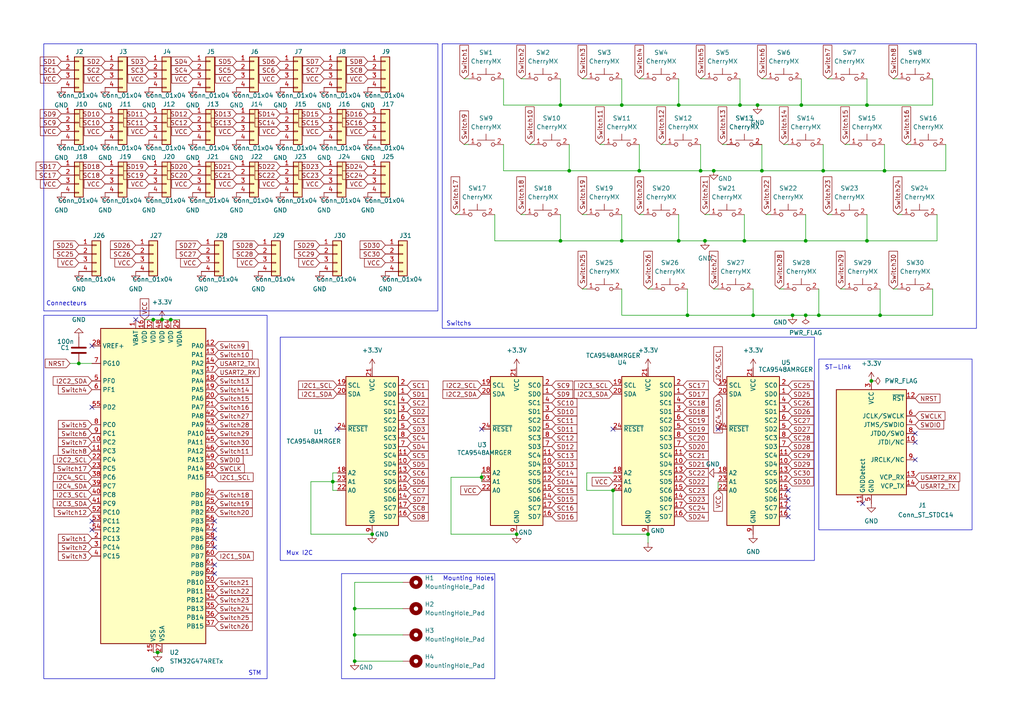
<source format=kicad_sch>
(kicad_sch (version 20231120) (generator "eeschema") (generator_version "8.0")
  (paper "A4")
  (lib_symbols
    (symbol "CherryMX:CherryMX" (pin_names (offset 0.254))
      (property "Reference" "SW" (at 2.54 3.175 0))
      (property "Value" "CherryMX" (at 0 -1.905 0))
      (symbol "CherryMX_1_1"
        (pin passive line (at -5.08 0 0) (length 2.54) (name "~") (number "1"))
        (pin passive line (at 5.08 0 180) (length 2.54) (name "~") (number "2"))
      )
    )
    (symbol "Connector:Conn_ST_STDC14"
      (property "Reference" "J" (at -8.89 16.51 0))
      (property "Value" "Conn_ST_STDC14" (at 17.78 16.51 0))
      (symbol "Conn_ST_STDC14_1_1"
        (pin no_connect line (at -10.16 5.08 0) (length 2.54) hide (name "NC") (number "1"))
        (pin output line (at 12.7 0 180) (length 2.54) (name "JTDI/NC") (number "10"))
        (pin passive line (at -2.54 -17.78 90) (length 2.54) (name "GNDDetect") (number "11"))
        (pin open_collector line (at 12.7 12.7 180) (length 2.54) (name "~{RST}") (number "12"))
        (pin output line (at 12.7 -10.16 180) (length 2.54) (name "VCP_RX") (number "13"))
        (pin input line (at 12.7 -12.7 180) (length 2.54) (name "VCP_TX") (number "14"))
        (pin no_connect line (at -10.16 2.54 0) (length 2.54) hide (name "NC") (number "2"))
        (pin power_in line (at 0 17.78 270) (length 2.54) (name "VCC") (number "3"))
        (pin bidirectional line (at 12.7 5.08 180) (length 2.54) (name "JTMS/SWDIO") (number "4"))
        (pin power_in line (at 0 -17.78 90) (length 2.54) (name "GND") (number "5"))
        (pin output line (at 12.7 7.62 180) (length 2.54) (name "JCLK/SWCLK") (number "6"))
        (pin passive line (at 0 -17.78 90) (length 2.54) hide (name "GND") (number "7"))
        (pin input line (at 12.7 2.54 180) (length 2.54) (name "JTDO/SWO") (number "8"))
        (pin input line (at 12.7 -5.08 180) (length 2.54) (name "JRCLK/NC") (number "9"))
      )
    )
    (symbol "Connector_Generic:Conn_01x04" (pin_names (offset 1.016) hide)
      (property "Reference" "J" (at 0 5.08 0))
      (property "Value" "Conn_01x04" (at 0 -7.62 0))
      (symbol "Conn_01x04_1_1"
        (pin passive line (at -5.08 2.54 0) (length 3.81) (name "Pin_1") (number "1"))
        (pin passive line (at -5.08 0 0) (length 3.81) (name "Pin_2") (number "2"))
        (pin passive line (at -5.08 -2.54 0) (length 3.81) (name "Pin_3") (number "3"))
        (pin passive line (at -5.08 -5.08 0) (length 3.81) (name "Pin_4") (number "4"))
      )
    )
    (symbol "Device:C" (pin_numbers hide) (pin_names (offset 0.254))
      (property "Reference" "C" (at 0.635 2.54 0))
      (property "Value" "C" (at 0.635 -2.54 0))
      (symbol "C_1_1"
        (pin passive line (at 0 3.81 270) (length 2.794) (name "~") (number "1"))
        (pin passive line (at 0 -3.81 90) (length 2.794) (name "~") (number "2"))
      )
    )
    (symbol "Interface_Expansion:TCA9548AMRGER"
      (property "Reference" "U" (at -7.62 21.59 0))
      (property "Value" "TCA9548AMRGER" (at 1.016 21.59 0))
      (symbol "TCA9548AMRGER_1_1"
        (pin bidirectional line (at 10.16 15.24 180) (length 2.54) (name "SD0") (number "1"))
        (pin bidirectional line (at 10.16 -5.08 180) (length 2.54) (name "SD4") (number "10"))
        (pin output line (at 10.16 -2.54 180) (length 2.54) (name "SC4") (number "11"))
        (pin bidirectional line (at 10.16 -10.16 180) (length 2.54) (name "SD5") (number "12"))
        (pin output line (at 10.16 -7.62 180) (length 2.54) (name "SC5") (number "13"))
        (pin bidirectional line (at 10.16 -15.24 180) (length 2.54) (name "SD6") (number "14"))
        (pin output line (at 10.16 -12.7 180) (length 2.54) (name "SC6") (number "15"))
        (pin bidirectional line (at 10.16 -20.32 180) (length 2.54) (name "SD7") (number "16"))
        (pin output line (at 10.16 -17.78 180) (length 2.54) (name "SC7") (number "17"))
        (pin input line (at -10.16 -7.62 0) (length 2.54) (name "A2") (number "18"))
        (pin input line (at -10.16 17.78 0) (length 2.54) (name "SCL") (number "19"))
        (pin output line (at 10.16 17.78 180) (length 2.54) (name "SC0") (number "2"))
        (pin bidirectional line (at -10.16 15.24 0) (length 2.54) (name "SDA") (number "20"))
        (pin power_in line (at 0 22.86 270) (length 2.54) (name "VCC") (number "21"))
        (pin input line (at -10.16 -12.7 0) (length 2.54) (name "A0") (number "22"))
        (pin input line (at -10.16 -10.16 0) (length 2.54) (name "A1") (number "23"))
        (pin input line (at -10.16 5.08 0) (length 2.54) (name "~{RESET}") (number "24"))
        (pin no_connect line (at -7.62 -15.24 0) (length 2.54) hide (name "1EP") (number "25"))
        (pin bidirectional line (at 10.16 10.16 180) (length 2.54) (name "SD1") (number "3"))
        (pin output line (at 10.16 12.7 180) (length 2.54) (name "SC1") (number "4"))
        (pin bidirectional line (at 10.16 5.08 180) (length 2.54) (name "SD2") (number "5"))
        (pin output line (at 10.16 7.62 180) (length 2.54) (name "SC2") (number "6"))
        (pin bidirectional line (at 10.16 0 180) (length 2.54) (name "SD3") (number "7"))
        (pin output line (at 10.16 2.54 180) (length 2.54) (name "SC3") (number "8"))
        (pin power_in line (at 0 -25.4 90) (length 2.54) (name "GND") (number "9"))
      )
    )
    (symbol "MCU_ST_STM32G4:STM32G474RETx"
      (property "Reference" "U" (at -15.24 46.99 0))
      (property "Value" "STM32G474RETx" (at 10.16 46.99 0))
      (symbol "STM32G474RETx_1_1"
        (pin power_in line (at -5.08 48.26 270) (length 2.54) (name "VBAT") (number "1"))
        (pin bidirectional line (at -17.78 12.7 0) (length 2.54) (name "PC2") (number "10"))
        (pin bidirectional line (at -17.78 10.16 0) (length 2.54) (name "PC3") (number "11"))
        (pin bidirectional line (at 17.78 40.64 180) (length 2.54) (name "PA0") (number "12"))
        (pin bidirectional line (at 17.78 38.1 180) (length 2.54) (name "PA1") (number "13"))
        (pin bidirectional line (at 17.78 35.56 180) (length 2.54) (name "PA2") (number "14"))
        (pin power_in line (at 0 -48.26 90) (length 2.54) (name "VSS") (number "15"))
        (pin power_in line (at -2.54 48.26 270) (length 2.54) (name "VDD") (number "16"))
        (pin bidirectional line (at 17.78 33.02 180) (length 2.54) (name "PA3") (number "17"))
        (pin bidirectional line (at 17.78 30.48 180) (length 2.54) (name "PA4") (number "18"))
        (pin bidirectional line (at 17.78 27.94 180) (length 2.54) (name "PA5") (number "19"))
        (pin bidirectional line (at -17.78 -15.24 0) (length 2.54) (name "PC13") (number "2"))
        (pin bidirectional line (at 17.78 25.4 180) (length 2.54) (name "PA6") (number "20"))
        (pin bidirectional line (at 17.78 22.86 180) (length 2.54) (name "PA7") (number "21"))
        (pin bidirectional line (at -17.78 7.62 0) (length 2.54) (name "PC4") (number "22"))
        (pin bidirectional line (at -17.78 5.08 0) (length 2.54) (name "PC5") (number "23"))
        (pin bidirectional line (at 17.78 -2.54 180) (length 2.54) (name "PB0") (number "24"))
        (pin bidirectional line (at 17.78 -5.08 180) (length 2.54) (name "PB1") (number "25"))
        (pin bidirectional line (at 17.78 -7.62 180) (length 2.54) (name "PB2") (number "26"))
        (pin power_in line (at 2.54 -48.26 90) (length 2.54) (name "VSSA") (number "27"))
        (pin input line (at -17.78 40.64 0) (length 2.54) (name "VREF+") (number "28"))
        (pin power_in line (at 7.62 48.26 270) (length 2.54) (name "VDDA") (number "29"))
        (pin bidirectional line (at -17.78 -17.78 0) (length 2.54) (name "PC14") (number "3"))
        (pin bidirectional line (at 17.78 -27.94 180) (length 2.54) (name "PB10") (number "30"))
        (pin passive line (at 0 -48.26 90) (length 2.54) hide (name "VSS") (number "31"))
        (pin power_in line (at 0 48.26 270) (length 2.54) (name "VDD") (number "32"))
        (pin bidirectional line (at 17.78 -30.48 180) (length 2.54) (name "PB11") (number "33"))
        (pin bidirectional line (at 17.78 -33.02 180) (length 2.54) (name "PB12") (number "34"))
        (pin bidirectional line (at 17.78 -35.56 180) (length 2.54) (name "PB13") (number "35"))
        (pin bidirectional line (at 17.78 -38.1 180) (length 2.54) (name "PB14") (number "36"))
        (pin bidirectional line (at 17.78 -40.64 180) (length 2.54) (name "PB15") (number "37"))
        (pin bidirectional line (at -17.78 2.54 0) (length 2.54) (name "PC6") (number "38"))
        (pin bidirectional line (at -17.78 0 0) (length 2.54) (name "PC7") (number "39"))
        (pin bidirectional line (at -17.78 -20.32 0) (length 2.54) (name "PC15") (number "4"))
        (pin bidirectional line (at -17.78 -2.54 0) (length 2.54) (name "PC8") (number "40"))
        (pin bidirectional line (at -17.78 -5.08 0) (length 2.54) (name "PC9") (number "41"))
        (pin bidirectional line (at 17.78 20.32 180) (length 2.54) (name "PA8") (number "42"))
        (pin bidirectional line (at 17.78 17.78 180) (length 2.54) (name "PA9") (number "43"))
        (pin bidirectional line (at 17.78 15.24 180) (length 2.54) (name "PA10") (number "44"))
        (pin bidirectional line (at 17.78 12.7 180) (length 2.54) (name "PA11") (number "45"))
        (pin bidirectional line (at 17.78 10.16 180) (length 2.54) (name "PA12") (number "46"))
        (pin passive line (at 0 -48.26 90) (length 2.54) hide (name "VSS") (number "47"))
        (pin power_in line (at 2.54 48.26 270) (length 2.54) (name "VDD") (number "48"))
        (pin bidirectional line (at 17.78 7.62 180) (length 2.54) (name "PA13") (number "49"))
        (pin bidirectional line (at -17.78 30.48 0) (length 2.54) (name "PF0") (number "5"))
        (pin bidirectional line (at 17.78 5.08 180) (length 2.54) (name "PA14") (number "50"))
        (pin bidirectional line (at 17.78 2.54 180) (length 2.54) (name "PA15") (number "51"))
        (pin bidirectional line (at -17.78 -7.62 0) (length 2.54) (name "PC10") (number "52"))
        (pin bidirectional line (at -17.78 -10.16 0) (length 2.54) (name "PC11") (number "53"))
        (pin bidirectional line (at -17.78 -12.7 0) (length 2.54) (name "PC12") (number "54"))
        (pin bidirectional line (at -17.78 22.86 0) (length 2.54) (name "PD2") (number "55"))
        (pin bidirectional line (at 17.78 -10.16 180) (length 2.54) (name "PB3") (number "56"))
        (pin bidirectional line (at 17.78 -12.7 180) (length 2.54) (name "PB4") (number "57"))
        (pin bidirectional line (at 17.78 -15.24 180) (length 2.54) (name "PB5") (number "58"))
        (pin bidirectional line (at 17.78 -17.78 180) (length 2.54) (name "PB6") (number "59"))
        (pin bidirectional line (at -17.78 27.94 0) (length 2.54) (name "PF1") (number "6"))
        (pin bidirectional line (at 17.78 -20.32 180) (length 2.54) (name "PB7") (number "60"))
        (pin bidirectional line (at 17.78 -22.86 180) (length 2.54) (name "PB8") (number "61"))
        (pin bidirectional line (at 17.78 -25.4 180) (length 2.54) (name "PB9") (number "62"))
        (pin passive line (at 0 -48.26 90) (length 2.54) hide (name "VSS") (number "63"))
        (pin power_in line (at 5.08 48.26 270) (length 2.54) (name "VDD") (number "64"))
        (pin bidirectional line (at -17.78 35.56 0) (length 2.54) (name "PG10") (number "7"))
        (pin bidirectional line (at -17.78 17.78 0) (length 2.54) (name "PC0") (number "8"))
        (pin bidirectional line (at -17.78 15.24 0) (length 2.54) (name "PC1") (number "9"))
      )
    )
    (symbol "Mechanical:MountingHole_Pad" (pin_numbers hide) (pin_names (offset 1.016) hide) (exclude_from_sim yes) (in_bom no)
      (property "Reference" "H" (at 0 6.35 0))
      (property "Value" "MountingHole_Pad" (at 0 4.445 0))
      (symbol "MountingHole_Pad_1_1"
        (pin input line (at 0 -2.54 90) (length 2.54) (name "1") (number "1"))
      )
    )
    (symbol "power:+3.3V" (power) (pin_numbers hide) (pin_names (offset 0) hide)
      (property "Value" "+3.3V" (at 0 3.556 0))
      (symbol "+3.3V_1_1"
        (pin power_in line (at 0 0 90) (length 0) (name "~") (number "1"))
      )
    )
    (symbol "power:GND" (power) (pin_numbers hide) (pin_names (offset 0) hide)
      (property "Value" "GND" (at 0 -3.81 0))
      (symbol "GND_1_1"
        (pin power_in line (at 0 0 270) (length 0) (name "~") (number "1"))
      )
    )
    (symbol "power:PWR_FLAG" (power) (pin_numbers hide) (pin_names (offset 0) hide)
      (property "Value" "PWR_FLAG" (at 0 3.81 0))
      (symbol "PWR_FLAG_0_0"
        (pin power_out line (at 0 0 90) (length 0) (name "~") (number "1"))
      )
    )
  )
  (junction (at 149.86 154.94))
  (junction (at 256.54 49.53))
  (junction (at 203.2 49.53))
  (junction (at 162.56 30.48))
  (junction (at 207.01 49.53))
  (junction (at 96.52 139.7))
  (junction (at 199.39 91.44))
  (junction (at 255.27 91.44))
  (junction (at 139.7 138.43))
  (junction (at 187.96 154.94))
  (junction (at 233.68 69.85))
  (junction (at 219.71 30.48))
  (junction (at 233.68 91.44))
  (junction (at 102.87 191.77))
  (junction (at 218.44 91.44))
  (junction (at 177.8 142.24))
  (junction (at 215.9 69.85))
  (junction (at 102.87 176.53))
  (junction (at 46.99 92.71))
  (junction (at 44.45 92.71))
  (junction (at 165.1 49.53))
  (junction (at 251.46 69.85))
  (junction (at 220.98 49.53))
  (junction (at 238.76 49.53))
  (junction (at 180.34 69.85))
  (junction (at 232.41 30.48))
  (junction (at 196.85 30.48))
  (junction (at 229.87 91.44))
  (junction (at 107.95 154.94))
  (junction (at 102.87 184.15))
  (junction (at 180.34 30.48))
  (junction (at 49.53 92.71))
  (junction (at 237.49 91.44))
  (junction (at 196.85 69.85))
  (junction (at 162.56 69.85))
  (junction (at 251.46 30.48))
  (junction (at 252.73 110.49))
  (junction (at 204.47 69.85))
  (junction (at 214.63 30.48))
  (junction (at 22.86 105.41))
  (junction (at 185.42 49.53))
  (junction (at 45.72 189.23))
  (no_connect (at 62.23 151.13))
  (no_connect (at 26.67 153.67))
  (no_connect (at 139.7 124.46))
  (no_connect (at 62.23 166.37))
  (no_connect (at 265.43 128.27))
  (no_connect (at 228.6 142.24))
  (no_connect (at 177.8 124.46))
  (no_connect (at 62.23 163.83))
  (no_connect (at 62.23 153.67))
  (no_connect (at 228.6 147.32))
  (no_connect (at 26.67 100.33))
  (no_connect (at 39.37 92.71))
  (no_connect (at 62.23 156.21))
  (no_connect (at 265.43 133.35))
  (no_connect (at 26.67 151.13))
  (no_connect (at 250.19 146.05))
  (no_connect (at 26.67 118.11))
  (no_connect (at 97.79 124.46))
  (no_connect (at 208.28 124.46))
  (no_connect (at 228.6 149.86))
  (no_connect (at 265.43 125.73))
  (no_connect (at 62.23 158.75))
  (no_connect (at 228.6 144.78))
  (wire (pts (xy 240.03 62.23) (xy 241.3 62.23)))
  (wire (pts (xy 229.87 91.44) (xy 233.68 91.44)))
  (wire (pts (xy 180.34 30.48) (xy 196.85 30.48)))
  (wire (pts (xy 45.72 189.23) (xy 46.99 189.23)))
  (wire (pts (xy 90.17 154.94) (xy 107.95 154.94)))
  (wire (pts (xy 102.87 184.15) (xy 102.87 191.77)))
  (wire (pts (xy 226.06 83.82) (xy 227.33 83.82)))
  (wire (pts (xy 251.46 69.85) (xy 271.78 69.85)))
  (wire (pts (xy 256.54 49.53) (xy 274.32 49.53)))
  (wire (pts (xy 240.03 22.86) (xy 241.3 22.86)))
  (wire (pts (xy 209.55 41.91) (xy 210.82 41.91)))
  (wire (pts (xy 185.42 22.86) (xy 186.69 22.86)))
  (wire (pts (xy 185.42 49.53) (xy 203.2 49.53)))
  (wire (pts (xy 259.08 22.86) (xy 260.35 22.86)))
  (wire (pts (xy 238.76 49.53) (xy 256.54 49.53)))
  (wire (pts (xy 233.68 69.85) (xy 251.46 69.85)))
  (wire (pts (xy 218.44 91.44) (xy 229.87 91.44)))
  (wire (pts (xy 90.17 154.94) (xy 90.17 139.7)))
  (wire (pts (xy 191.77 41.91) (xy 193.04 41.91)))
  (wire (pts (xy 227.33 41.91) (xy 228.6 41.91)))
  (wire (pts (xy 262.89 41.91) (xy 264.16 41.91)))
  (wire (pts (xy 199.39 91.44) (xy 218.44 91.44)))
  (wire (pts (xy 214.63 30.48) (xy 219.71 30.48)))
  (wire (pts (xy 208.28 139.7) (xy 208.28 142.24)))
  (wire (pts (xy 207.01 49.53) (xy 220.98 49.53)))
  (wire (pts (xy 237.49 91.44) (xy 255.27 91.44)))
  (wire (pts (xy 203.2 22.86) (xy 204.47 22.86)))
  (wire (pts (xy 177.8 154.94) (xy 177.8 142.24)))
  (wire (pts (xy 168.91 62.23) (xy 170.18 62.23)))
  (wire (pts (xy 170.18 142.24) (xy 170.18 137.16)))
  (wire (pts (xy 251.46 22.86) (xy 251.46 30.48)))
  (wire (pts (xy 220.98 22.86) (xy 222.25 22.86)))
  (wire (pts (xy 102.87 191.77) (xy 116.84 191.77)))
  (wire (pts (xy 96.52 139.7) (xy 96.52 142.24)))
  (wire (pts (xy 187.96 154.94) (xy 177.8 154.94)))
  (wire (pts (xy 162.56 30.48) (xy 180.34 30.48)))
  (wire (pts (xy 146.05 41.91) (xy 146.05 49.53)))
  (wire (pts (xy 260.35 62.23) (xy 261.62 62.23)))
  (wire (pts (xy 196.85 30.48) (xy 214.63 30.48)))
  (wire (pts (xy 237.49 83.82) (xy 237.49 91.44)))
  (wire (pts (xy 134.62 22.86) (xy 135.89 22.86)))
  (wire (pts (xy 102.87 176.53) (xy 102.87 184.15)))
  (wire (pts (xy 162.56 62.23) (xy 162.56 69.85)))
  (wire (pts (xy 232.41 22.86) (xy 232.41 30.48)))
  (wire (pts (xy 219.71 30.48) (xy 232.41 30.48)))
  (wire (pts (xy 46.99 92.71) (xy 49.53 92.71)))
  (wire (pts (xy 153.67 41.91) (xy 154.94 41.91)))
  (wire (pts (xy 220.98 49.53) (xy 238.76 49.53)))
  (wire (pts (xy 185.42 41.91) (xy 185.42 49.53)))
  (wire (pts (xy 270.51 22.86) (xy 270.51 30.48)))
  (wire (pts (xy 134.62 41.91) (xy 135.89 41.91)))
  (wire (pts (xy 116.84 184.15) (xy 102.87 184.15)))
  (wire (pts (xy 256.54 41.91) (xy 256.54 49.53)))
  (wire (pts (xy 116.84 176.53) (xy 102.87 176.53)))
  (wire (pts (xy 232.41 30.48) (xy 251.46 30.48)))
  (wire (pts (xy 170.18 137.16) (xy 177.8 137.16)))
  (wire (pts (xy 220.98 41.91) (xy 220.98 49.53)))
  (wire (pts (xy 96.52 137.16) (xy 96.52 139.7)))
  (wire (pts (xy 233.68 62.23) (xy 233.68 69.85)))
  (wire (pts (xy 41.91 92.71) (xy 44.45 92.71)))
  (wire (pts (xy 180.34 91.44) (xy 199.39 91.44)))
  (wire (pts (xy 185.42 62.23) (xy 186.69 62.23)))
  (wire (pts (xy 218.44 83.82) (xy 218.44 91.44)))
  (wire (pts (xy 143.51 69.85) (xy 162.56 69.85)))
  (wire (pts (xy 162.56 22.86) (xy 162.56 30.48)))
  (wire (pts (xy 196.85 22.86) (xy 196.85 30.48)))
  (wire (pts (xy 49.53 92.71) (xy 52.07 92.71)))
  (wire (pts (xy 187.96 154.94) (xy 187.96 157.48)))
  (wire (pts (xy 139.7 138.43) (xy 139.7 139.7)))
  (wire (pts (xy 180.34 22.86) (xy 180.34 30.48)))
  (wire (pts (xy 233.68 91.44) (xy 237.49 91.44)))
  (wire (pts (xy 180.34 62.23) (xy 180.34 69.85)))
  (wire (pts (xy 187.96 83.82) (xy 189.23 83.82)))
  (wire (pts (xy 90.17 139.7) (xy 96.52 139.7)))
  (wire (pts (xy 204.47 62.23) (xy 205.74 62.23)))
  (wire (pts (xy 214.63 22.86) (xy 214.63 30.48)))
  (wire (pts (xy 149.86 154.94) (xy 130.81 154.94)))
  (wire (pts (xy 259.08 83.82) (xy 260.35 83.82)))
  (wire (pts (xy 130.81 138.43) (xy 139.7 138.43)))
  (wire (pts (xy 173.99 41.91) (xy 175.26 41.91)))
  (wire (pts (xy 251.46 62.23) (xy 251.46 69.85)))
  (wire (pts (xy 255.27 91.44) (xy 270.51 91.44)))
  (wire (pts (xy 203.2 49.53) (xy 207.01 49.53)))
  (wire (pts (xy 162.56 69.85) (xy 180.34 69.85)))
  (wire (pts (xy 168.91 22.86) (xy 170.18 22.86)))
  (wire (pts (xy 251.46 30.48) (xy 270.51 30.48)))
  (wire (pts (xy 245.11 41.91) (xy 246.38 41.91)))
  (wire (pts (xy 215.9 69.85) (xy 233.68 69.85)))
  (wire (pts (xy 207.01 83.82) (xy 208.28 83.82)))
  (wire (pts (xy 177.8 142.24) (xy 170.18 142.24)))
  (wire (pts (xy 165.1 41.91) (xy 165.1 49.53)))
  (wire (pts (xy 96.52 139.7) (xy 97.79 139.7)))
  (wire (pts (xy 143.51 62.23) (xy 143.51 69.85)))
  (wire (pts (xy 151.13 62.23) (xy 152.4 62.23)))
  (wire (pts (xy 274.32 41.91) (xy 274.32 49.53)))
  (wire (pts (xy 102.87 168.91) (xy 102.87 176.53)))
  (wire (pts (xy 204.47 69.85) (xy 215.9 69.85)))
  (wire (pts (xy 196.85 69.85) (xy 204.47 69.85)))
  (wire (pts (xy 44.45 189.23) (xy 45.72 189.23)))
  (wire (pts (xy 271.78 62.23) (xy 271.78 69.85)))
  (wire (pts (xy 151.13 22.86) (xy 152.4 22.86)))
  (wire (pts (xy 168.91 83.82) (xy 170.18 83.82)))
  (wire (pts (xy 146.05 49.53) (xy 165.1 49.53)))
  (wire (pts (xy 22.86 105.41) (xy 26.67 105.41)))
  (wire (pts (xy 139.7 137.16) (xy 139.7 138.43)))
  (wire (pts (xy 130.81 154.94) (xy 130.81 138.43)))
  (wire (pts (xy 196.85 62.23) (xy 196.85 69.85)))
  (wire (pts (xy 270.51 83.82) (xy 270.51 91.44)))
  (wire (pts (xy 238.76 41.91) (xy 238.76 49.53)))
  (wire (pts (xy 97.79 137.16) (xy 96.52 137.16)))
  (wire (pts (xy 132.08 62.23) (xy 133.35 62.23)))
  (wire (pts (xy 180.34 69.85) (xy 196.85 69.85)))
  (wire (pts (xy 243.84 83.82) (xy 245.11 83.82)))
  (wire (pts (xy 165.1 49.53) (xy 185.42 49.53)))
  (wire (pts (xy 146.05 30.48) (xy 162.56 30.48)))
  (wire (pts (xy 44.45 92.71) (xy 46.99 92.71)))
  (wire (pts (xy 146.05 22.86) (xy 146.05 30.48)))
  (wire (pts (xy 20.32 105.41) (xy 22.86 105.41)))
  (wire (pts (xy 203.2 41.91) (xy 203.2 49.53)))
  (wire (pts (xy 215.9 62.23) (xy 215.9 69.85)))
  (wire (pts (xy 222.25 62.23) (xy 223.52 62.23)))
  (wire (pts (xy 180.34 83.82) (xy 180.34 91.44)))
  (wire (pts (xy 116.84 168.91) (xy 102.87 168.91)))
  (wire (pts (xy 199.39 83.82) (xy 199.39 91.44)))
  (wire (pts (xy 255.27 83.82) (xy 255.27 91.44)))
  (wire (pts (xy 96.52 142.24) (xy 97.79 142.24)))
  (rectangle (start 12.7 91.44) (end 77.47 196.85))
  (rectangle (start 128.27 12.7) (end 283.21 95.25))
  (rectangle (start 99.06 166.37) (end 143.51 196.85))
  (rectangle (start 237.49 104.14) (end 281.94 153.67))
  (rectangle (start 81.28 97.79) (end 236.22 162.56))
  (rectangle (start 12.7 12.7) (end 127 90.17))
  (text "Switchs\n" (at 133.096 93.98 0) (effects (font (size 1.27 1.27))))
  (text "Connecteurs" (at 19.304 88.138 0) (effects (font (size 1.27 1.27))))
  (text "STM\n" (at 73.914 195.326 0) (effects (font (size 1.27 1.27))))
  (text "ST-Link\n" (at 243.078 106.68 0) (effects (font (size 1.27 1.27))))
  (text "Mounting Holes" (at 135.89 167.894 0) (effects (font (size 1.27 1.27))))
  (text "Mux I2C\n" (at 86.868 160.528 0) (effects (font (size 1.27 1.27))))
  (global_label "SC14" (shape input) (at 160.02 137.16 0) (property "Intersheetrefs" "${INTERSHEET_REFS}" (effects (hide yes))))
  (global_label "Switch17" (shape input) (at 132.08 62.23 90) (property "Intersheetrefs" "${INTERSHEET_REFS}" (effects (hide yes))))
  (global_label "SD7" (shape input) (at 93.98 17.78 180) (property "Intersheetrefs" "${INTERSHEET_REFS}" (effects (hide yes))))
  (global_label "Switch6" (shape input) (at 26.67 125.73 180) (property "Intersheetrefs" "${INTERSHEET_REFS}" (effects (hide yes))))
  (global_label "Switch10" (shape input) (at 153.67 41.91 90) (property "Intersheetrefs" "${INTERSHEET_REFS}" (effects (hide yes))))
  (global_label "Switch13" (shape input) (at 209.55 41.91 90) (property "Intersheetrefs" "${INTERSHEET_REFS}" (effects (hide yes))))
  (global_label "Switch29" (shape input) (at 62.23 125.73 0) (property "Intersheetrefs" "${INTERSHEET_REFS}" (effects (hide yes))))
  (global_label "SD30" (shape input) (at 228.6 139.7 0) (property "Intersheetrefs" "${INTERSHEET_REFS}" (effects (hide yes))))
  (global_label "SC24" (shape input) (at 198.12 147.32 0) (property "Intersheetrefs" "${INTERSHEET_REFS}" (effects (hide yes))))
  (global_label "Switch15" (shape input) (at 245.11 41.91 90) (property "Intersheetrefs" "${INTERSHEET_REFS}" (effects (hide yes))))
  (global_label "VCC" (shape input) (at 106.68 53.34 180) (property "Intersheetrefs" "${INTERSHEET_REFS}" (effects (hide yes))))
  (global_label "Switch13" (shape input) (at 62.23 110.49 0) (property "Intersheetrefs" "${INTERSHEET_REFS}" (effects (hide yes))))
  (global_label "Switch1" (shape input) (at 26.67 156.21 180) (property "Intersheetrefs" "${INTERSHEET_REFS}" (effects (hide yes))))
  (global_label "VCC" (shape input) (at 30.48 53.34 180) (property "Intersheetrefs" "${INTERSHEET_REFS}" (effects (hide yes))))
  (global_label "I2C1_SDA" (shape input) (at 62.23 161.29 0) (property "Intersheetrefs" "${INTERSHEET_REFS}" (effects (hide yes))))
  (global_label "SC1" (shape input) (at 17.78 20.32 180) (property "Intersheetrefs" "${INTERSHEET_REFS}" (effects (hide yes))))
  (global_label "SC22" (shape input) (at 198.12 137.16 0) (property "Intersheetrefs" "${INTERSHEET_REFS}" (effects (hide yes))))
  (global_label "Switch25" (shape input) (at 168.91 83.82 90) (property "Intersheetrefs" "${INTERSHEET_REFS}" (effects (hide yes))))
  (global_label "VCC" (shape input) (at 81.28 22.86 180) (property "Intersheetrefs" "${INTERSHEET_REFS}" (effects (hide yes))))
  (global_label "Switch5" (shape input) (at 203.2 22.86 90) (property "Intersheetrefs" "${INTERSHEET_REFS}" (effects (hide yes))))
  (global_label "SC26" (shape input) (at 39.37 73.66 180) (property "Intersheetrefs" "${INTERSHEET_REFS}" (effects (hide yes))))
  (global_label "SC6" (shape input) (at 81.28 20.32 180) (property "Intersheetrefs" "${INTERSHEET_REFS}" (effects (hide yes))))
  (global_label "VCC" (shape input) (at 43.18 38.1 180) (property "Intersheetrefs" "${INTERSHEET_REFS}" (effects (hide yes))))
  (global_label "Switch11" (shape input) (at 62.23 130.81 0) (property "Intersheetrefs" "${INTERSHEET_REFS}" (effects (hide yes))))
  (global_label "VCC" (shape input) (at 93.98 22.86 180) (property "Intersheetrefs" "${INTERSHEET_REFS}" (effects (hide yes))))
  (global_label "Switch4" (shape input) (at 185.42 22.86 90) (property "Intersheetrefs" "${INTERSHEET_REFS}" (effects (hide yes))))
  (global_label "Switch24" (shape input) (at 260.35 62.23 90) (property "Intersheetrefs" "${INTERSHEET_REFS}" (effects (hide yes))))
  (global_label "VCC" (shape input) (at 68.58 53.34 180) (property "Intersheetrefs" "${INTERSHEET_REFS}" (effects (hide yes))))
  (global_label "SC13" (shape input) (at 160.02 132.08 0) (property "Intersheetrefs" "${INTERSHEET_REFS}" (effects (hide yes))))
  (global_label "SC6" (shape input) (at 118.11 137.16 0) (property "Intersheetrefs" "${INTERSHEET_REFS}" (effects (hide yes))))
  (global_label "SWDIO" (shape input) (at 62.23 133.35 0) (property "Intersheetrefs" "${INTERSHEET_REFS}" (effects (hide yes))))
  (global_label "SC28" (shape input) (at 228.6 127 0) (property "Intersheetrefs" "${INTERSHEET_REFS}" (effects (hide yes))))
  (global_label "SD24" (shape input) (at 106.68 48.26 180) (property "Intersheetrefs" "${INTERSHEET_REFS}" (effects (hide yes))))
  (global_label "SC2" (shape input) (at 30.48 20.32 180) (property "Intersheetrefs" "${INTERSHEET_REFS}" (effects (hide yes))))
  (global_label "SD26" (shape input) (at 228.6 119.38 0) (property "Intersheetrefs" "${INTERSHEET_REFS}" (effects (hide yes))))
  (global_label "SD14" (shape input) (at 160.02 139.7 0) (property "Intersheetrefs" "${INTERSHEET_REFS}" (effects (hide yes))))
  (global_label "SC29" (shape input) (at 92.71 73.66 180) (property "Intersheetrefs" "${INTERSHEET_REFS}" (effects (hide yes))))
  (global_label "SD15" (shape input) (at 93.98 33.02 180) (property "Intersheetrefs" "${INTERSHEET_REFS}" (effects (hide yes))))
  (global_label "SD5" (shape input) (at 118.11 134.62 0) (property "Intersheetrefs" "${INTERSHEET_REFS}" (effects (hide yes))))
  (global_label "SD28" (shape input) (at 74.93 71.12 180) (property "Intersheetrefs" "${INTERSHEET_REFS}" (effects (hide yes))))
  (global_label "VCC" (shape input) (at 17.78 38.1 180) (property "Intersheetrefs" "${INTERSHEET_REFS}" (effects (hide yes))))
  (global_label "SD13" (shape input) (at 160.02 134.62 0) (property "Intersheetrefs" "${INTERSHEET_REFS}" (effects (hide yes))))
  (global_label "SD26" (shape input) (at 39.37 71.12 180) (property "Intersheetrefs" "${INTERSHEET_REFS}" (effects (hide yes))))
  (global_label "SC16" (shape input) (at 106.68 35.56 180) (property "Intersheetrefs" "${INTERSHEET_REFS}" (effects (hide yes))))
  (global_label "Switch18" (shape input) (at 62.23 143.51 0) (property "Intersheetrefs" "${INTERSHEET_REFS}" (effects (hide yes))))
  (global_label "VCC" (shape input) (at 55.88 53.34 180) (property "Intersheetrefs" "${INTERSHEET_REFS}" (effects (hide yes))))
  (global_label "VCC" (shape input) (at 139.7 142.24 180) (property "Intersheetrefs" "${INTERSHEET_REFS}" (effects (hide yes))))
  (global_label "SC19" (shape input) (at 198.12 121.92 0) (property "Intersheetrefs" "${INTERSHEET_REFS}" (effects (hide yes))))
  (global_label "SD9" (shape input) (at 160.02 114.3 0) (property "Intersheetrefs" "${INTERSHEET_REFS}" (effects (hide yes))))
  (global_label "VCC" (shape input) (at 39.37 76.2 180) (property "Intersheetrefs" "${INTERSHEET_REFS}" (effects (hide yes))))
  (global_label "SD30" (shape input) (at 111.76 71.12 180) (property "Intersheetrefs" "${INTERSHEET_REFS}" (effects (hide yes))))
  (global_label "SWDIO" (shape input) (at 265.43 123.19 0) (property "Intersheetrefs" "${INTERSHEET_REFS}" (effects (hide yes))))
  (global_label "SC17" (shape input) (at 198.12 111.76 0) (property "Intersheetrefs" "${INTERSHEET_REFS}" (effects (hide yes))))
  (global_label "Switch1" (shape input) (at 134.62 22.86 90) (property "Intersheetrefs" "${INTERSHEET_REFS}" (effects (hide yes))))
  (global_label "SC25" (shape input) (at 228.6 111.76 0) (property "Intersheetrefs" "${INTERSHEET_REFS}" (effects (hide yes))))
  (global_label "VCC" (shape input) (at 55.88 22.86 180) (property "Intersheetrefs" "${INTERSHEET_REFS}" (effects (hide yes))))
  (global_label "NRST" (shape input) (at 20.32 105.41 180) (property "Intersheetrefs" "${INTERSHEET_REFS}" (effects (hide yes))))
  (global_label "VCC" (shape input) (at 93.98 53.34 180) (property "Intersheetrefs" "${INTERSHEET_REFS}" (effects (hide yes))))
  (global_label "SD6" (shape input) (at 118.11 139.7 0) (property "Intersheetrefs" "${INTERSHEET_REFS}" (effects (hide yes))))
  (global_label "SC16" (shape input) (at 160.02 147.32 0) (property "Intersheetrefs" "${INTERSHEET_REFS}" (effects (hide yes))))
  (global_label "Switch16" (shape input) (at 62.23 118.11 0) (property "Intersheetrefs" "${INTERSHEET_REFS}" (effects (hide yes))))
  (global_label "SD8" (shape input) (at 118.11 149.86 0) (property "Intersheetrefs" "${INTERSHEET_REFS}" (effects (hide yes))))
  (global_label "I2C3_SDA" (shape input) (at 26.67 146.05 180) (property "Intersheetrefs" "${INTERSHEET_REFS}" (effects (hide yes))))
  (global_label "SC5" (shape input) (at 118.11 132.08 0) (property "Intersheetrefs" "${INTERSHEET_REFS}" (effects (hide yes))))
  (global_label "SD2" (shape input) (at 118.11 119.38 0) (property "Intersheetrefs" "${INTERSHEET_REFS}" (effects (hide yes))))
  (global_label "VCC" (shape input) (at 177.8 139.7 180) (property "Intersheetrefs" "${INTERSHEET_REFS}" (effects (hide yes))))
  (global_label "Switch23" (shape input) (at 62.23 173.99 0) (property "Intersheetrefs" "${INTERSHEET_REFS}" (effects (hide yes))))
  (global_label "SD15" (shape input) (at 160.02 144.78 0) (property "Intersheetrefs" "${INTERSHEET_REFS}" (effects (hide yes))))
  (global_label "SD11" (shape input) (at 43.18 33.02 180) (property "Intersheetrefs" "${INTERSHEET_REFS}" (effects (hide yes))))
  (global_label "Switch23" (shape input) (at 240.03 62.23 90) (property "Intersheetrefs" "${INTERSHEET_REFS}" (effects (hide yes))))
  (global_label "Switch20" (shape input) (at 185.42 62.23 90) (property "Intersheetrefs" "${INTERSHEET_REFS}" (effects (hide yes))))
  (global_label "Switch29" (shape input) (at 243.84 83.82 90) (property "Intersheetrefs" "${INTERSHEET_REFS}" (effects (hide yes))))
  (global_label "Switch14" (shape input) (at 62.23 113.03 0) (property "Intersheetrefs" "${INTERSHEET_REFS}" (effects (hide yes))))
  (global_label "SC4" (shape input) (at 55.88 20.32 180) (property "Intersheetrefs" "${INTERSHEET_REFS}" (effects (hide yes))))
  (global_label "SD4" (shape input) (at 55.88 17.78 180) (property "Intersheetrefs" "${INTERSHEET_REFS}" (effects (hide yes))))
  (global_label "SD3" (shape input) (at 43.18 17.78 180) (property "Intersheetrefs" "${INTERSHEET_REFS}" (effects (hide yes))))
  (global_label "SD1" (shape input) (at 118.11 114.3 0) (property "Intersheetrefs" "${INTERSHEET_REFS}" (effects (hide yes))))
  (global_label "I2C2_SCL" (shape input) (at 26.67 133.35 180) (property "Intersheetrefs" "${INTERSHEET_REFS}" (effects (hide yes))))
  (global_label "SD1" (shape input) (at 17.78 17.78 180) (property "Intersheetrefs" "${INTERSHEET_REFS}" (effects (hide yes))))
  (global_label "VCC" (shape input) (at 106.68 38.1 180) (property "Intersheetrefs" "${INTERSHEET_REFS}" (effects (hide yes))))
  (global_label "SC3" (shape input) (at 43.18 20.32 180) (property "Intersheetrefs" "${INTERSHEET_REFS}" (effects (hide yes))))
  (global_label "VCC" (shape input) (at 30.48 22.86 180) (property "Intersheetrefs" "${INTERSHEET_REFS}" (effects (hide yes))))
  (global_label "Switch5" (shape input) (at 26.67 123.19 180) (property "Intersheetrefs" "${INTERSHEET_REFS}" (effects (hide yes))))
  (global_label "SD20" (shape input) (at 198.12 129.54 0) (property "Intersheetrefs" "${INTERSHEET_REFS}" (effects (hide yes))))
  (global_label "VCC" (shape input) (at 41.91 92.71 90) (property "Intersheetrefs" "${INTERSHEET_REFS}" (effects (hide yes))))
  (global_label "Switch9" (shape input) (at 62.23 100.33 0) (property "Intersheetrefs" "${INTERSHEET_REFS}" (effects (hide yes))))
  (global_label "SC18" (shape input) (at 198.12 116.84 0) (property "Intersheetrefs" "${INTERSHEET_REFS}" (effects (hide yes))))
  (global_label "VCC" (shape input) (at 68.58 38.1 180) (property "Intersheetrefs" "${INTERSHEET_REFS}" (effects (hide yes))))
  (global_label "SC10" (shape input) (at 30.48 35.56 180) (property "Intersheetrefs" "${INTERSHEET_REFS}" (effects (hide yes))))
  (global_label "SD21" (shape input) (at 68.58 48.26 180) (property "Intersheetrefs" "${INTERSHEET_REFS}" (effects (hide yes))))
  (global_label "USART2_RX" (shape input) (at 265.43 138.43 0) (property "Intersheetrefs" "${INTERSHEET_REFS}" (effects (hide yes))))
  (global_label "Switch14" (shape input) (at 227.33 41.91 90) (property "Intersheetrefs" "${INTERSHEET_REFS}" (effects (hide yes))))
  (global_label "VCC" (shape input) (at 17.78 53.34 180) (property "Intersheetrefs" "${INTERSHEET_REFS}" (effects (hide yes))))
  (global_label "Switch22" (shape input) (at 62.23 171.45 0) (property "Intersheetrefs" "${INTERSHEET_REFS}" (effects (hide yes))))
  (global_label "VCC" (shape input) (at 208.28 142.24 270) (property "Intersheetrefs" "${INTERSHEET_REFS}" (effects (hide yes))))
  (global_label "SD7" (shape input) (at 118.11 144.78 0) (property "Intersheetrefs" "${INTERSHEET_REFS}" (effects (hide yes))))
  (global_label "SD22" (shape input) (at 81.28 48.26 180) (property "Intersheetrefs" "${INTERSHEET_REFS}" (effects (hide yes))))
  (global_label "Switch3" (shape input) (at 26.67 161.29 180) (property "Intersheetrefs" "${INTERSHEET_REFS}" (effects (hide yes))))
  (global_label "SD27" (shape input) (at 58.42 71.12 180) (property "Intersheetrefs" "${INTERSHEET_REFS}" (effects (hide yes))))
  (global_label "SD20" (shape input) (at 55.88 48.26 180) (property "Intersheetrefs" "${INTERSHEET_REFS}" (effects (hide yes))))
  (global_label "SC20" (shape input) (at 55.88 50.8 180) (property "Intersheetrefs" "${INTERSHEET_REFS}" (effects (hide yes))))
  (global_label "VCC" (shape input) (at 58.42 76.2 180) (property "Intersheetrefs" "${INTERSHEET_REFS}" (effects (hide yes))))
  (global_label "I2C3_SDA" (shape input) (at 177.8 114.3 180) (property "Intersheetrefs" "${INTERSHEET_REFS}" (effects (hide yes))))
  (global_label "VCC" (shape input) (at 81.28 38.1 180) (property "Intersheetrefs" "${INTERSHEET_REFS}" (effects (hide yes))))
  (global_label "I2C2_SDA" (shape input) (at 26.67 110.49 180) (property "Intersheetrefs" "${INTERSHEET_REFS}" (effects (hide yes))))
  (global_label "SD25" (shape input) (at 22.86 71.12 180) (property "Intersheetrefs" "${INTERSHEET_REFS}" (effects (hide yes))))
  (global_label "VCC" (shape input) (at 93.98 38.1 180) (property "Intersheetrefs" "${INTERSHEET_REFS}" (effects (hide yes))))
  (global_label "SC15" (shape input) (at 93.98 35.56 180) (property "Intersheetrefs" "${INTERSHEET_REFS}" (effects (hide yes))))
  (global_label "Switch8" (shape input) (at 26.67 130.81 180) (property "Intersheetrefs" "${INTERSHEET_REFS}" (effects (hide yes))))
  (global_label "VCC" (shape input) (at 74.93 76.2 180) (property "Intersheetrefs" "${INTERSHEET_REFS}" (effects (hide yes))))
  (global_label "SC22" (shape input) (at 81.28 50.8 180) (property "Intersheetrefs" "${INTERSHEET_REFS}" (effects (hide yes))))
  (global_label "I2C4_SDA" (shape input) (at 208.28 114.3 270) (property "Intersheetrefs" "${INTERSHEET_REFS}" (effects (hide yes))))
  (global_label "VCC" (shape input) (at 30.48 38.1 180) (property "Intersheetrefs" "${INTERSHEET_REFS}" (effects (hide yes))))
  (global_label "SD4" (shape input) (at 118.11 129.54 0) (property "Intersheetrefs" "${INTERSHEET_REFS}" (effects (hide yes))))
  (global_label "I2C4_SCL" (shape input) (at 26.67 138.43 180) (property "Intersheetrefs" "${INTERSHEET_REFS}" (effects (hide yes))))
  (global_label "SC21" (shape input) (at 198.12 132.08 0) (property "Intersheetrefs" "${INTERSHEET_REFS}" (effects (hide yes))))
  (global_label "Switch27" (shape input) (at 62.23 120.65 0) (property "Intersheetrefs" "${INTERSHEET_REFS}" (effects (hide yes))))
  (global_label "VCC" (shape input) (at 17.78 22.86 180) (property "Intersheetrefs" "${INTERSHEET_REFS}" (effects (hide yes))))
  (global_label "I2C4_SCL" (shape input) (at 208.28 111.76 90) (property "Intersheetrefs" "${INTERSHEET_REFS}" (effects (hide yes))))
  (global_label "I2C3_SCL" (shape input) (at 26.67 143.51 180) (property "Intersheetrefs" "${INTERSHEET_REFS}" (effects (hide yes))))
  (global_label "SC26" (shape input) (at 228.6 116.84 0) (property "Intersheetrefs" "${INTERSHEET_REFS}" (effects (hide yes))))
  (global_label "VCC" (shape input) (at 43.18 22.86 180) (property "Intersheetrefs" "${INTERSHEET_REFS}" (effects (hide yes))))
  (global_label "Switch28" (shape input) (at 62.23 123.19 0) (property "Intersheetrefs" "${INTERSHEET_REFS}" (effects (hide yes))))
  (global_label "SC23" (shape input) (at 93.98 50.8 180) (property "Intersheetrefs" "${INTERSHEET_REFS}" (effects (hide yes))))
  (global_label "SD11" (shape input) (at 160.02 124.46 0) (property "Intersheetrefs" "${INTERSHEET_REFS}" (effects (hide yes))))
  (global_label "Switch19" (shape input) (at 168.91 62.23 90) (property "Intersheetrefs" "${INTERSHEET_REFS}" (effects (hide yes))))
  (global_label "Switch22" (shape input) (at 222.25 62.23 90) (property "Intersheetrefs" "${INTERSHEET_REFS}" (effects (hide yes))))
  (global_label "SC5" (shape input) (at 68.58 20.32 180) (property "Intersheetrefs" "${INTERSHEET_REFS}" (effects (hide yes))))
  (global_label "SD13" (shape input) (at 68.58 33.02 180) (property "Intersheetrefs" "${INTERSHEET_REFS}" (effects (hide yes))))
  (global_label "I2C2_SDA" (shape input) (at 139.7 114.3 180) (property "Intersheetrefs" "${INTERSHEET_REFS}" (effects (hide yes))))
  (global_label "VCC" (shape input) (at 55.88 38.1 180) (property "Intersheetrefs" "${INTERSHEET_REFS}" (effects (hide yes))))
  (global_label "Switch28" (shape input) (at 226.06 83.82 90) (property "Intersheetrefs" "${INTERSHEET_REFS}" (effects (hide yes))))
  (global_label "SC8" (shape input) (at 106.68 20.32 180) (property "Intersheetrefs" "${INTERSHEET_REFS}" (effects (hide yes))))
  (global_label "Switch20" (shape input) (at 62.23 148.59 0) (property "Intersheetrefs" "${INTERSHEET_REFS}" (effects (hide yes))))
  (global_label "SC2" (shape input) (at 118.11 116.84 0) (property "Intersheetrefs" "${INTERSHEET_REFS}" (effects (hide yes))))
  (global_label "SC28" (shape input) (at 74.93 73.66 180) (property "Intersheetrefs" "${INTERSHEET_REFS}" (effects (hide yes))))
  (global_label "VCC" (shape input) (at 106.68 22.86 180) (property "Intersheetrefs" "${INTERSHEET_REFS}" (effects (hide yes))))
  (global_label "VCC" (shape input) (at 22.86 76.2 180) (property "Intersheetrefs" "${INTERSHEET_REFS}" (effects (hide yes))))
  (global_label "Switch21" (shape input) (at 204.47 62.23 90) (property "Intersheetrefs" "${INTERSHEET_REFS}" (effects (hide yes))))
  (global_label "SC24" (shape input) (at 106.68 50.8 180) (property "Intersheetrefs" "${INTERSHEET_REFS}" (effects (hide yes))))
  (global_label "SC15" (shape input) (at 160.02 142.24 0) (property "Intersheetrefs" "${INTERSHEET_REFS}" (effects (hide yes))))
  (global_label "VCC" (shape input) (at 111.76 76.2 180) (property "Intersheetrefs" "${INTERSHEET_REFS}" (effects (hide yes))))
  (global_label "SC18" (shape input) (at 30.48 50.8 180) (property "Intersheetrefs" "${INTERSHEET_REFS}" (effects (hide yes))))
  (global_label "Switch8" (shape input) (at 259.08 22.86 90) (property "Intersheetrefs" "${INTERSHEET_REFS}" (effects (hide yes))))
  (global_label "VCC" (shape input) (at 43.18 53.34 180) (property "Intersheetrefs" "${INTERSHEET_REFS}" (effects (hide yes))))
  (global_label "Switch17" (shape input) (at 26.67 135.89 180) (property "Intersheetrefs" "${INTERSHEET_REFS}" (effects (hide yes))))
  (global_label "SC21" (shape input) (at 68.58 50.8 180) (property "Intersheetrefs" "${INTERSHEET_REFS}" (effects (hide yes))))
  (global_label "Switch9" (shape input) (at 134.62 41.91 90) (property "Intersheetrefs" "${INTERSHEET_REFS}" (effects (hide yes))))
  (global_label "Switch2" (shape input) (at 26.67 158.75 180) (property "Intersheetrefs" "${INTERSHEET_REFS}" (effects (hide yes))))
  (global_label "Switch16" (shape input) (at 262.89 41.91 90) (property "Intersheetrefs" "${INTERSHEET_REFS}" (effects (hide yes))))
  (global_label "Switch3" (shape input) (at 168.91 22.86 90) (property "Intersheetrefs" "${INTERSHEET_REFS}" (effects (hide yes))))
  (global_label "SD19" (shape input) (at 43.18 48.26 180) (property "Intersheetrefs" "${INTERSHEET_REFS}" (effects (hide yes))))
  (global_label "SC8" (shape input) (at 118.11 147.32 0) (property "Intersheetrefs" "${INTERSHEET_REFS}" (effects (hide yes))))
  (global_label "Switch7" (shape input) (at 240.03 22.86 90) (property "Intersheetrefs" "${INTERSHEET_REFS}" (effects (hide yes))))
  (global_label "SD23" (shape input) (at 198.12 144.78 0) (property "Intersheetrefs" "${INTERSHEET_REFS}" (effects (hide yes))))
  (global_label "SD14" (shape input) (at 81.28 33.02 180) (property "Intersheetrefs" "${INTERSHEET_REFS}" (effects (hide yes))))
  (global_label "Switch12" (shape input) (at 26.67 148.59 180) (property "Intersheetrefs" "${INTERSHEET_REFS}" (effects (hide yes))))
  (global_label "SD18" (shape input) (at 30.48 48.26 180) (property "Intersheetrefs" "${INTERSHEET_REFS}" (effects (hide yes))))
  (global_label "Switch25" (shape input) (at 62.23 179.07 0) (property "Intersheetrefs" "${INTERSHEET_REFS}" (effects (hide yes))))
  (global_label "SC30" (shape input) (at 111.76 73.66 180) (property "Intersheetrefs" "${INTERSHEET_REFS}" (effects (hide yes))))
  (global_label "I2C1_SCL" (shape input) (at 62.23 138.43 0) (property "Intersheetrefs" "${INTERSHEET_REFS}" (effects (hide yes))))
  (global_label "SD19" (shape input) (at 198.12 124.46 0) (property "Intersheetrefs" "${INTERSHEET_REFS}" (effects (hide yes))))
  (global_label "Switch27" (shape input) (at 207.01 83.82 90) (property "Intersheetrefs" "${INTERSHEET_REFS}" (effects (hide yes))))
  (global_label "SD29" (shape input) (at 92.71 71.12 180) (property "Intersheetrefs" "${INTERSHEET_REFS}" (effects (hide yes))))
  (global_label "Switch2" (shape input) (at 151.13 22.86 90) (property "Intersheetrefs" "${INTERSHEET_REFS}" (effects (hide yes))))
  (global_label "VCC" (shape input) (at 92.71 76.2 180) (property "Intersheetrefs" "${INTERSHEET_REFS}" (effects (hide yes))))
  (global_label "SD3" (shape input) (at 118.11 124.46 0) (property "Intersheetrefs" "${INTERSHEET_REFS}" (effects (hide yes))))
  (global_label "SC29" (shape input) (at 228.6 132.08 0) (property "Intersheetrefs" "${INTERSHEET_REFS}" (effects (hide yes))))
  (global_label "SC23" (shape input) (at 198.12 142.24 0) (property "Intersheetrefs" "${INTERSHEET_REFS}" (effects (hide yes))))
  (global_label "Switch30" (shape input) (at 259.08 83.82 90) (property "Intersheetrefs" "${INTERSHEET_REFS}" (effects (hide yes))))
  (global_label "SC30" (shape input) (at 228.6 137.16 0) (property "Intersheetrefs" "${INTERSHEET_REFS}" (effects (hide yes))))
  (global_label "SD17" (shape input) (at 17.78 48.26 180) (property "Intersheetrefs" "${INTERSHEET_REFS}" (effects (hide yes))))
  (global_label "VCC" (shape input) (at 68.58 22.86 180) (property "Intersheetrefs" "${INTERSHEET_REFS}" (effects (hide yes))))
  (global_label "I2C2_SCL" (shape input) (at 139.7 111.76 180) (property "Intersheetrefs" "${INTERSHEET_REFS}" (effects (hide yes))))
  (global_label "Switch26" (shape input) (at 62.23 181.61 0) (property "Intersheetrefs" "${INTERSHEET_REFS}" (effects (hide yes))))
  (global_label "USART2_TX" (shape input) (at 62.23 105.41 0) (property "Intersheetrefs" "${INTERSHEET_REFS}" (effects (hide yes))))
  (global_label "SD10" (shape input) (at 160.02 119.38 0) (property "Intersheetrefs" "${INTERSHEET_REFS}" (effects (hide yes))))
  (global_label "I2C4_SDA" (shape input) (at 26.67 140.97 180) (property "Intersheetrefs" "${INTERSHEET_REFS}" (effects (hide yes))))
  (global_label "SC9" (shape input) (at 160.02 111.76 0) (property "Intersheetrefs" "${INTERSHEET_REFS}" (effects (hide yes))))
  (global_label "SC27" (shape input) (at 228.6 121.92 0) (property "Intersheetrefs" "${INTERSHEET_REFS}" (effects (hide yes))))
  (global_label "SD18" (shape input) (at 198.12 119.38 0) (property "Intersheetrefs" "${INTERSHEET_REFS}" (effects (hide yes))))
  (global_label "SD27" (shape input) (at 228.6 124.46 0) (property "Intersheetrefs" "${INTERSHEET_REFS}" (effects (hide yes))))
  (global_label "SC13" (shape input) (at 68.58 35.56 180) (property "Intersheetrefs" "${INTERSHEET_REFS}" (effects (hide yes))))
  (global_label "SC10" (shape input) (at 160.02 116.84 0) (property "Intersheetrefs" "${INTERSHEET_REFS}" (effects (hide yes))))
  (global_label "SD17" (shape input) (at 198.12 114.3 0) (property "Intersheetrefs" "${INTERSHEET_REFS}" (effects (hide yes))))
  (global_label "SC7" (shape input) (at 118.11 142.24 0) (property "Intersheetrefs" "${INTERSHEET_REFS}" (effects (hide yes))))
  (global_label "SD12" (shape input) (at 55.88 33.02 180) (property "Intersheetrefs" "${INTERSHEET_REFS}" (effects (hide yes))))
  (global_label "VCC" (shape input) (at 81.28 53.34 180) (property "Intersheetrefs" "${INTERSHEET_REFS}" (effects (hide yes))))
  (global_label "SD29" (shape input) (at 228.6 134.62 0) (property "Intersheetrefs" "${INTERSHEET_REFS}" (effects (hide yes))))
  (global_label "SC20" (shape input) (at 198.12 127 0) (property "Intersheetrefs" "${INTERSHEET_REFS}" (effects (hide yes))))
  (global_label "USART2_TX" (shape input) (at 265.43 140.97 0) (property "Intersheetrefs" "${INTERSHEET_REFS}" (effects (hide yes))))
  (global_label "SD28" (shape input) (at 228.6 129.54 0) (property "Intersheetrefs" "${INTERSHEET_REFS}" (effects (hide yes))))
  (global_label "Switch7" (shape input) (at 26.67 128.27 180) (property "Intersheetrefs" "${INTERSHEET_REFS}" (effects (hide yes))))
  (global_label "SWCLK" (shape input) (at 62.23 135.89 0) (property "Intersheetrefs" "${INTERSHEET_REFS}" (effects (hide yes))))
  (global_label "SD25" (shape input) (at 228.6 114.3 0) (property "Intersheetrefs" "${INTERSHEET_REFS}" (effects (hide yes))))
  (global_label "SD5" (shape input) (at 68.58 17.78 180) (property "Intersheetrefs" "${INTERSHEET_REFS}" (effects (hide yes))))
  (global_label "SC9" (shape input) (at 17.78 35.56 180) (property "Intersheetrefs" "${INTERSHEET_REFS}" (effects (hide yes))))
  (global_label "SD23" (shape input) (at 93.98 48.26 180) (property "Intersheetrefs" "${INTERSHEET_REFS}" (effects (hide yes))))
  (global_label "Switch26" (shape input) (at 187.96 83.82 90) (property "Intersheetrefs" "${INTERSHEET_REFS}" (effects (hide yes))))
  (global_label "SD12" (shape input) (at 160.02 129.54 0) (property "Intersheetrefs" "${INTERSHEET_REFS}" (effects (hide yes))))
  (global_label "I2C1_SCL" (shape input) (at 97.79 111.76 180) (property "Intersheetrefs" "${INTERSHEET_REFS}" (effects (hide yes))))
  (global_label "Switch18" (shape input) (at 151.13 62.23 90) (property "Intersheetrefs" "${INTERSHEET_REFS}" (effects (hide yes))))
  (global_label "SC7" (shape input) (at 93.98 20.32 180) (property "Intersheetrefs" "${INTERSHEET_REFS}" (effects (hide yes))))
  (global_label "SC19" (shape input) (at 43.18 50.8 180) (property "Intersheetrefs" "${INTERSHEET_REFS}" (effects (hide yes))))
  (global_label "Switch19" (shape input) (at 62.23 146.05 0) (property "Intersheetrefs" "${INTERSHEET_REFS}" (effects (hide yes))))
  (global_label "SC27" (shape input) (at 58.42 73.66 180) (property "Intersheetrefs" "${INTERSHEET_REFS}" (effects (hide yes))))
  (global_label "Switch4" (shape input) (at 26.67 113.03 180) (property "Intersheetrefs" "${INTERSHEET_REFS}" (effects (hide yes))))
  (global_label "SD9" (shape input) (at 17.78 33.02 180) (property "Intersheetrefs" "${INTERSHEET_REFS}" (effects (hide yes))))
  (global_label "SC12" (shape input) (at 160.02 127 0) (property "Intersheetrefs" "${INTERSHEET_REFS}" (effects (hide yes))))
  (global_label "SD16" (shape input) (at 160.02 149.86 0) (property "Intersheetrefs" "${INTERSHEET_REFS}" (effects (hide yes))))
  (global_label "Switch30" (shape input) (at 62.23 128.27 0) (property "Intersheetrefs" "${INTERSHEET_REFS}" (effects (hide yes))))
  (global_label "Switch11" (shape input) (at 173.99 41.91 90) (property "Intersheetrefs" "${INTERSHEET_REFS}" (effects (hide yes))))
  (global_label "Switch10" (shape input) (at 62.23 102.87 0) (property "Intersheetrefs" "${INTERSHEET_REFS}" (effects (hide yes))))
  (global_label "SD2" (shape input) (at 30.48 17.78 180) (property "Intersheetrefs" "${INTERSHEET_REFS}" (effects (hide yes))))
  (global_label "SC12" (shape input) (at 55.88 35.56 180) (property "Intersheetrefs" "${INTERSHEET_REFS}" (effects (hide yes))))
  (global_label "NRST" (shape input) (at 265.43 115.57 0) (property "Intersheetrefs" "${INTERSHEET_REFS}" (effects (hide yes))))
  (global_label "SD21" (shape input) (at 198.12 134.62 0) (property "Intersheetrefs" "${INTERSHEET_REFS}" (effects (hide yes))))
  (global_label "I2C1_SDA" (shape input) (at 97.79 114.3 180) (property "Intersheetrefs" "${INTERSHEET_REFS}" (effects (hide yes))))
  (global_label "SD16" (shape input) (at 106.68 33.02 180) (property "Intersheetrefs" "${INTERSHEET_REFS}" (effects (hide yes))))
  (global_label "I2C3_SCL" (shape input) (at 177.8 111.76 180) (property "Intersheetrefs" "${INTERSHEET_REFS}" (effects (hide yes))))
  (global_label "SD24" (shape input) (at 198.12 149.86 0) (property "Intersheetrefs" "${INTERSHEET_REFS}" (effects (hide yes))))
  (global_label "Switch21" (shape input) (at 62.23 168.91 0) (property "Intersheetrefs" "${INTERSHEET_REFS}" (effects (hide yes))))
  (global_label "SC17" (shape input) (at 17.78 50.8 180) (property "Intersheetrefs" "${INTERSHEET_REFS}" (effects (hide yes))))
  (global_label "SD22" (shape input) (at 198.12 139.7 0) (property "Intersheetrefs" "${INTERSHEET_REFS}" (effects (hide yes))))
  (global_label "SD8" (shape input) (at 106.68 17.78 180) (property "Intersheetrefs" "${INTERSHEET_REFS}" (effects (hide yes))))
  (global_label "SWCLK" (shape input) (at 265.43 120.65 0) (property "Intersheetrefs" "${INTERSHEET_REFS}" (effects (hide yes))))
  (global_label "SC11" (shape input) (at 43.18 35.56 180) (property "Intersheetrefs" "${INTERSHEET_REFS}" (effects (hide yes))))
  (global_label "USART2_RX" (shape input) (at 62.23 107.95 0) (property "Intersheetrefs" "${INTERSHEET_REFS}" (effects (hide yes))))
  (global_label "Switch12" (shape input) (at 191.77 41.91 90) (property "Intersheetrefs" "${INTERSHEET_REFS}" (effects (hide yes))))
  (global_label "Switch6" (shape input) (at 220.98 22.86 90) (property "Intersheetrefs" "${INTERSHEET_REFS}" (effects (hide yes))))
  (global_label "Switch15" (shape input) (at 62.23 115.57 0) (property "Intersheetrefs" "${INTERSHEET_REFS}" (effects (hide yes))))
  (global_label "SC11" (shape input) (at 160.02 121.92 0) (property "Intersheetrefs" "${INTERSHEET_REFS}" (effects (hide yes))))
  (global_label "SC3" (shape input) (at 118.11 121.92 0) (property "Intersheetrefs" "${INTERSHEET_REFS}" (effects (hide yes))))
  (global_label "SC1" (shape input) (at 118.11 111.76 0) (property "Intersheetrefs" "${INTERSHEET_REFS}" (effects (hide yes))))
  (global_label "Switch24" (shape input) (at 62.23 176.53 0) (property "Intersheetrefs" "${INTERSHEET_REFS}" (effects (hide yes))))
  (global_label "SD10" (shape input) (at 30.48 33.02 180) (property "Intersheetrefs" "${INTERSHEET_REFS}" (effects (hide yes))))
  (global_label "SC14" (shape input) (at 81.28 35.56 180) (property "Intersheetrefs" "${INTERSHEET_REFS}" (effects (hide yes))))
  (global_label "SC4" (shape input) (at 118.11 127 0) (property "Intersheetrefs" "${INTERSHEET_REFS}" (effects (hide yes))))
  (global_label "SD6" (shape input) (at 81.28 17.78 180) (property "Intersheetrefs" "${INTERSHEET_REFS}" (effects (hide yes))))
  (global_label "SC25" (shape input) (at 22.86 73.66 180) (property "Intersheetrefs" "${INTERSHEET_REFS}" (effects (hide yes))))
  (symbol (lib_id "Connector_Generic:Conn_01x04") (at 86.36 35.56 0) (unit 1)
    (property "Reference" "J15" (at 85.344 30.226 0) (effects (justify left)))
    (property "Value" "Conn_01x04" (at 80.264 42.926 0) (effects (justify left)))
    (property "Footprint" "Connector:FanPinHeader_1x04_P2.54mm_Vertical" (effects (hide yes)))
    (property "Description" "Generic connector, single row, 01x04, script generated (kicad-library-utils/schlib/autogen/connector/)" (effects (hide yes)))
  )
  (symbol (lib_id "power:GND") (at 208.28 137.16 270) (unit 1)
    (property "Reference" "#PWR042" (effects (hide yes)))
    (property "Value" "GND" (at 208.788 134.62 90) (effects (justify right)))
    (property "Description" "Power symbol creates a global label with name \"GND\" , ground" (effects (hide yes)))
  )
  (symbol (lib_id "Device:C") (at 22.86 101.6 0) (unit 1)
    (property "Reference" "C1" (at 17.526 100.838 0) (effects (justify left)))
    (property "Value" "100n" (at 16.51 99.06 0) (effects (justify left)))
    (property "Footprint" "Capacitor_SMD:C_0402_1005Metric" (effects (hide yes)))
    (property "Description" "Unpolarized capacitor" (effects (hide yes)))
  )
  (symbol (lib_id "Interface_Expansion:TCA9548AMRGER") (at 107.95 129.54 0) (unit 1)
    (property "Reference" "U1" (at 90.932 125.222 0) (effects (justify left)))
    (property "Value" "TCA9548AMRGER" (at 83.058 128.016 0) (effects (justify left)))
    (property "Footprint" "Package_DFN_QFN:Texas_RGE0024C_VQFN-24-1EP_4x4mm_P0.5mm_EP2.1x2.1mm" (effects (hide yes)))
    (property "Datasheet" "http://www.ti.com/lit/ds/symlink/tca9548a.pdf" (effects (hide yes)))
    (property "Description" "Low voltage 8-channel I2C switch with reset, VQFN-24" (effects (hide yes)))
  )
  (symbol (lib_id "Mechanical:MountingHole_Pad") (at 119.38 184.15 270) (unit 1) (exclude_from_sim yes) (in_bom no)
    (property "Reference" "H3" (at 123.19 182.8799 90) (effects (justify left)))
    (property "Value" "MountingHole_Pad" (at 123.19 185.4199 90) (effects (justify left)))
    (property "Footprint" "MountingHole:MountingHole_3mm_Pad" (effects (hide yes)))
    (property "Description" "Mounting Hole with connection" (effects (hide yes)))
  )
  (symbol (lib_id "power:GND") (at 68.58 55.88 0) (unit 1)
    (property "Reference" "#PWR031" (effects (hide yes)))
    (property "Value" "GND" (at 68.58 60.96 0))
    (property "Description" "Power symbol creates a global label with name \"GND\" , ground" (effects (hide yes)))
  )
  (symbol (lib_id "Connector_Generic:Conn_01x04") (at 60.96 20.32 0) (unit 1)
    (property "Reference" "J5" (at 59.944 14.986 0) (effects (justify left)))
    (property "Value" "Conn_01x04" (at 54.864 27.686 0) (effects (justify left)))
    (property "Footprint" "Connector:FanPinHeader_1x04_P2.54mm_Vertical" (effects (hide yes)))
    (property "Description" "Generic connector, single row, 01x04, script generated (kicad-library-utils/schlib/autogen/connector/)" (effects (hide yes)))
  )
  (symbol (lib_id "power:GND") (at 207.01 49.53 0) (unit 1)
    (property "Reference" "#PWR03" (effects (hide yes)))
    (property "Value" "GND" (at 210.312 51.816 0))
    (property "Description" "Power symbol creates a global label with name \"GND\" , ground" (effects (hide yes)))
  )
  (symbol (lib_id "power:PWR_FLAG") (at 233.68 91.44 180) (unit 1)
    (property "Reference" "#FLG01" (effects (hide yes)))
    (property "Value" "PWR_FLAG" (at 233.68 96.52 0))
    (property "Description" "Special symbol for telling ERC where power comes from" (effects (hide yes)))
  )
  (symbol (lib_id "power:GND") (at 43.18 25.4 0) (unit 1)
    (property "Reference" "#PWR014" (effects (hide yes)))
    (property "Value" "GND" (at 43.18 30.48 0))
    (property "Description" "Power symbol creates a global label with name \"GND\" , ground" (effects (hide yes)))
  )
  (symbol (lib_id "Connector_Generic:Conn_01x04") (at 97.79 73.66 0) (unit 1)
    (property "Reference" "J30" (at 96.774 68.326 0) (effects (justify left)))
    (property "Value" "Conn_01x04" (at 91.694 81.026 0) (effects (justify left)))
    (property "Footprint" "Connector:FanPinHeader_1x04_P2.54mm_Vertical" (effects (hide yes)))
    (property "Description" "Generic connector, single row, 01x04, script generated (kicad-library-utils/schlib/autogen/connector/)" (effects (hide yes)))
  )
  (symbol (lib_id "power:GND") (at 30.48 55.88 0) (unit 1)
    (property "Reference" "#PWR034" (effects (hide yes)))
    (property "Value" "GND" (at 30.48 60.96 0))
    (property "Description" "Power symbol creates a global label with name \"GND\" , ground" (effects (hide yes)))
  )
  (symbol (lib_id "CherryMX:CherryMX") (at 209.55 22.86 0) (unit 1)
    (property "Reference" "SW5" (at 209.55 15.24 0))
    (property "Value" "CherryMX" (at 209.55 17.78 0))
    (property "Footprint" "Button_Switch_Keyboard:SW_Cherry_MX_1.00u_PCB" (effects (hide yes)))
  )
  (symbol (lib_id "CherryMX:CherryMX") (at 265.43 22.86 0) (unit 1)
    (property "Reference" "SW8" (at 265.43 15.24 0))
    (property "Value" "CherryMX" (at 265.43 17.78 0))
    (property "Footprint" "Button_Switch_Keyboard:SW_Cherry_MX_1.00u_PCB" (effects (hide yes)))
  )
  (symbol (lib_id "Interface_Expansion:TCA9548AMRGER") (at 149.86 129.54 0) (unit 1)
    (property "Reference" "U3" (at 138.43 129.032 0) (effects (justify left)))
    (property "Value" "TCA9548AMRGER" (at 132.588 131.318 0) (effects (justify left)))
    (property "Footprint" "Package_DFN_QFN:Texas_RGE0024C_VQFN-24-1EP_4x4mm_P0.5mm_EP2.1x2.1mm" (effects (hide yes)))
    (property "Datasheet" "http://www.ti.com/lit/ds/symlink/tca9548a.pdf" (effects (hide yes)))
    (property "Description" "Low voltage 8-channel I2C switch with reset, VQFN-24" (effects (hide yes)))
  )
  (symbol (lib_id "power:GND") (at 106.68 55.88 0) (unit 1)
    (property "Reference" "#PWR028" (effects (hide yes)))
    (property "Value" "GND" (at 106.68 60.96 0))
    (property "Description" "Power symbol creates a global label with name \"GND\" , ground" (effects (hide yes)))
  )
  (symbol (lib_id "CherryMX:CherryMX") (at 191.77 22.86 0) (unit 1)
    (property "Reference" "SW4" (at 191.77 15.24 0))
    (property "Value" "CherryMX" (at 191.77 17.78 0))
    (property "Footprint" "Button_Switch_Keyboard:SW_Cherry_MX_1.00u_PCB" (effects (hide yes)))
  )
  (symbol (lib_id "power:GND") (at 102.87 191.77 0) (unit 1)
    (property "Reference" "#PWR049" (effects (hide yes)))
    (property "Value" "GND" (at 106.172 193.548 0))
    (property "Description" "Power symbol creates a global label with name \"GND\" , ground" (effects (hide yes)))
  )
  (symbol (lib_id "power:GND") (at 111.76 78.74 0) (unit 1)
    (property "Reference" "#PWR041" (effects (hide yes)))
    (property "Value" "GND" (at 111.76 83.82 0))
    (property "Description" "Power symbol creates a global label with name \"GND\" , ground" (effects (hide yes)))
  )
  (symbol (lib_id "CherryMX:CherryMX") (at 215.9 41.91 0) (unit 1)
    (property "Reference" "SW13" (at 215.9 34.29 0))
    (property "Value" "CherryMX" (at 215.9 36.83 0))
    (property "Footprint" "Button_Switch_Keyboard:SW_Cherry_MX_1.00u_PCB" (effects (hide yes)))
  )
  (symbol (lib_id "CherryMX:CherryMX") (at 191.77 62.23 0) (unit 1)
    (property "Reference" "SW20" (at 191.77 54.61 0))
    (property "Value" "CherryMX" (at 191.77 57.15 0))
    (property "Footprint" "Button_Switch_Keyboard:SW_Cherry_MX_1.00u_PCB" (effects (hide yes)))
  )
  (symbol (lib_id "power:GND") (at 43.18 40.64 0) (unit 1)
    (property "Reference" "#PWR022" (effects (hide yes)))
    (property "Value" "GND" (at 43.18 45.72 0))
    (property "Description" "Power symbol creates a global label with name \"GND\" , ground" (effects (hide yes)))
  )
  (symbol (lib_id "power:GND") (at 187.96 157.48 0) (unit 1)
    (property "Reference" "#PWR07" (effects (hide yes)))
    (property "Value" "GND" (at 190.754 153.924 0))
    (property "Description" "Power symbol creates a global label with name \"GND\" , ground" (effects (hide yes)))
  )
  (symbol (lib_id "power:GND") (at 55.88 55.88 0) (unit 1)
    (property "Reference" "#PWR032" (effects (hide yes)))
    (property "Value" "GND" (at 55.88 60.96 0))
    (property "Description" "Power symbol creates a global label with name \"GND\" , ground" (effects (hide yes)))
  )
  (symbol (lib_id "Connector_Generic:Conn_01x04") (at 60.96 35.56 0) (unit 1)
    (property "Reference" "J13" (at 59.944 30.226 0) (effects (justify left)))
    (property "Value" "Conn_01x04" (at 54.864 42.926 0) (effects (justify left)))
    (property "Footprint" "Connector:FanPinHeader_1x04_P2.54mm_Vertical" (effects (hide yes)))
    (property "Description" "Generic connector, single row, 01x04, script generated (kicad-library-utils/schlib/autogen/connector/)" (effects (hide yes)))
  )
  (symbol (lib_id "power:GND") (at 81.28 55.88 0) (unit 1)
    (property "Reference" "#PWR030" (effects (hide yes)))
    (property "Value" "GND" (at 81.28 60.96 0))
    (property "Description" "Power symbol creates a global label with name \"GND\" , ground" (effects (hide yes)))
  )
  (symbol (lib_id "power:GND") (at 45.72 189.23 0) (unit 1)
    (property "Reference" "#PWR010" (effects (hide yes)))
    (property "Value" "GND" (at 45.72 194.31 0))
    (property "Description" "Power symbol creates a global label with name \"GND\" , ground" (effects (hide yes)))
  )
  (symbol (lib_id "CherryMX:CherryMX") (at 265.43 83.82 0) (unit 1)
    (property "Reference" "SW30" (at 265.43 76.2 0))
    (property "Value" "CherryMX" (at 265.43 78.74 0))
    (property "Footprint" "Button_Switch_Keyboard:SW_Cherry_MX_1.00u_PCB" (effects (hide yes)))
  )
  (symbol (lib_id "Connector_Generic:Conn_01x04") (at 35.56 20.32 0) (unit 1)
    (property "Reference" "J3" (at 34.544 14.986 0) (effects (justify left)))
    (property "Value" "Conn_01x04" (at 29.464 27.686 0) (effects (justify left)))
    (property "Footprint" "Connector:FanPinHeader_1x04_P2.54mm_Vertical" (effects (hide yes)))
    (property "Description" "Generic connector, single row, 01x04, script generated (kicad-library-utils/schlib/autogen/connector/)" (effects (hide yes)))
  )
  (symbol (lib_id "CherryMX:CherryMX") (at 157.48 22.86 0) (unit 1)
    (property "Reference" "SW2" (at 157.48 15.24 0))
    (property "Value" "CherryMX" (at 157.48 17.78 0))
    (property "Footprint" "Button_Switch_Keyboard:SW_Cherry_MX_1.00u_PCB" (effects (hide yes)))
  )
  (symbol (lib_id "CherryMX:CherryMX") (at 140.97 22.86 0) (unit 1)
    (property "Reference" "SW1" (at 140.97 15.24 0))
    (property "Value" "CherryMX" (at 140.97 17.78 0))
    (property "Footprint" "Button_Switch_Keyboard:SW_Cherry_MX_1.00u_PCB" (effects (hide yes)))
  )
  (symbol (lib_id "power:+3.3V") (at 218.44 106.68 0) (unit 1)
    (property "Reference" "#PWR044" (effects (hide yes)))
    (property "Value" "+3.3V" (at 218.44 101.6 0))
    (property "Description" "Power symbol creates a global label with name \"+3.3V\"" (effects (hide yes)))
  )
  (symbol (lib_id "CherryMX:CherryMX") (at 160.02 41.91 0) (unit 1)
    (property "Reference" "SW10" (at 160.02 34.29 0))
    (property "Value" "CherryMX" (at 160.02 36.83 0))
    (property "Footprint" "Button_Switch_Keyboard:SW_Cherry_MX_1.00u_PCB" (effects (hide yes)))
  )
  (symbol (lib_id "CherryMX:CherryMX") (at 138.43 62.23 0) (unit 1)
    (property "Reference" "SW17" (at 138.43 54.61 0))
    (property "Value" "CherryMX" (at 138.43 57.15 0))
    (property "Footprint" "Button_Switch_Keyboard:SW_Cherry_MX_1.00u_PCB" (effects (hide yes)))
  )
  (symbol (lib_id "power:PWR_FLAG") (at 252.73 110.49 270) (unit 1)
    (property "Reference" "#FLG02" (effects (hide yes)))
    (property "Value" "PWR_FLAG" (at 256.54 110.4899 90) (effects (justify left)))
    (property "Description" "Special symbol for telling ERC where power comes from" (effects (hide yes)))
  )
  (symbol (lib_id "power:GND") (at 107.95 154.94 0) (unit 1)
    (property "Reference" "#PWR09" (effects (hide yes)))
    (property "Value" "GND" (at 110.744 154.94 0))
    (property "Description" "Power symbol creates a global label with name \"GND\" , ground" (effects (hide yes)))
  )
  (symbol (lib_id "Connector_Generic:Conn_01x04") (at 73.66 50.8 0) (unit 1)
    (property "Reference" "J22" (at 72.644 45.466 0) (effects (justify left)))
    (property "Value" "Conn_01x04" (at 67.564 58.166 0) (effects (justify left)))
    (property "Footprint" "Connector:FanPinHeader_1x04_P2.54mm_Vertical" (effects (hide yes)))
    (property "Description" "Generic connector, single row, 01x04, script generated (kicad-library-utils/schlib/autogen/connector/)" (effects (hide yes)))
  )
  (symbol (lib_id "Connector_Generic:Conn_01x04") (at 80.01 73.66 0) (unit 1)
    (property "Reference" "J29" (at 78.994 68.326 0) (effects (justify left)))
    (property "Value" "Conn_01x04" (at 73.914 81.026 0) (effects (justify left)))
    (property "Footprint" "Connector:FanPinHeader_1x04_P2.54mm_Vertical" (effects (hide yes)))
    (property "Description" "Generic connector, single row, 01x04, script generated (kicad-library-utils/schlib/autogen/connector/)" (effects (hide yes)))
  )
  (symbol (lib_id "power:GND") (at 17.78 25.4 0) (unit 1)
    (property "Reference" "#PWR012" (effects (hide yes)))
    (property "Value" "GND" (at 17.78 30.48 0))
    (property "Description" "Power symbol creates a global label with name \"GND\" , ground" (effects (hide yes)))
  )
  (symbol (lib_id "CherryMX:CherryMX") (at 175.26 62.23 0) (unit 1)
    (property "Reference" "SW19" (at 175.26 54.61 0))
    (property "Value" "CherryMX" (at 175.26 57.15 0))
    (property "Footprint" "Button_Switch_Keyboard:SW_Cherry_MX_1.00u_PCB" (effects (hide yes)))
  )
  (symbol (lib_id "CherryMX:CherryMX") (at 246.38 62.23 0) (unit 1)
    (property "Reference" "SW23" (at 246.38 54.61 0))
    (property "Value" "CherryMX" (at 246.38 57.15 0))
    (property "Footprint" "Button_Switch_Keyboard:SW_Cherry_MX_1.00u_PCB" (effects (hide yes)))
  )
  (symbol (lib_id "Connector_Generic:Conn_01x04") (at 63.5 73.66 0) (unit 1)
    (property "Reference" "J28" (at 62.484 68.326 0) (effects (justify left)))
    (property "Value" "Conn_01x04" (at 57.404 81.026 0) (effects (justify left)))
    (property "Footprint" "Connector:FanPinHeader_1x04_P2.54mm_Vertical" (effects (hide yes)))
    (property "Description" "Generic connector, single row, 01x04, script generated (kicad-library-utils/schlib/autogen/connector/)" (effects (hide yes)))
  )
  (symbol (lib_id "Connector_Generic:Conn_01x04") (at 111.76 50.8 0) (unit 1)
    (property "Reference" "J25" (at 110.744 45.466 0) (effects (justify left)))
    (property "Value" "Conn_01x04" (at 105.664 58.166 0) (effects (justify left)))
    (property "Footprint" "Connector:FanPinHeader_1x04_P2.54mm_Vertical" (effects (hide yes)))
    (property "Description" "Generic connector, single row, 01x04, script generated (kicad-library-utils/schlib/autogen/connector/)" (effects (hide yes)))
  )
  (symbol (lib_id "Connector_Generic:Conn_01x04") (at 44.45 73.66 0) (unit 1)
    (property "Reference" "J27" (at 43.434 68.326 0) (effects (justify left)))
    (property "Value" "Conn_01x04" (at 38.354 81.026 0) (effects (justify left)))
    (property "Footprint" "Connector:FanPinHeader_1x04_P2.54mm_Vertical" (effects (hide yes)))
    (property "Description" "Generic connector, single row, 01x04, script generated (kicad-library-utils/schlib/autogen/connector/)" (effects (hide yes)))
  )
  (symbol (lib_id "Interface_Expansion:TCA9548AMRGER") (at 218.44 129.54 0) (unit 1)
    (property "Reference" "U5" (at 226.568 105.156 0) (effects (justify left)))
    (property "Value" "TCA9548AMRGER" (at 219.964 107.188 0) (effects (justify left)))
    (property "Footprint" "Package_DFN_QFN:Texas_RGE0024C_VQFN-24-1EP_4x4mm_P0.5mm_EP2.1x2.1mm" (effects (hide yes)))
    (property "Datasheet" "http://www.ti.com/lit/ds/symlink/tca9548a.pdf" (effects (hide yes)))
    (property "Description" "Low voltage 8-channel I2C switch with reset, VQFN-24" (effects (hide yes)))
  )
  (symbol (lib_id "Connector_Generic:Conn_01x04") (at 116.84 73.66 0) (unit 1)
    (property "Reference" "J31" (at 115.824 68.326 0) (effects (justify left)))
    (property "Value" "Conn_01x04" (at 110.744 81.026 0) (effects (justify left)))
    (property "Footprint" "Connector:FanPinHeader_1x04_P2.54mm_Vertical" (effects (hide yes)))
    (property "Description" "Generic connector, single row, 01x04, script generated (kicad-library-utils/schlib/autogen/connector/)" (effects (hide yes)))
  )
  (symbol (lib_id "CherryMX:CherryMX") (at 250.19 83.82 0) (unit 1)
    (property "Reference" "SW29" (at 250.19 76.2 0))
    (property "Value" "CherryMX" (at 250.19 78.74 0))
    (property "Footprint" "Button_Switch_Keyboard:SW_Cherry_MX_1.00u_PCB" (effects (hide yes)))
  )
  (symbol (lib_id "power:GND") (at 30.48 25.4 0) (unit 1)
    (property "Reference" "#PWR013" (effects (hide yes)))
    (property "Value" "GND" (at 30.48 30.48 0))
    (property "Description" "Power symbol creates a global label with name \"GND\" , ground" (effects (hide yes)))
  )
  (symbol (lib_id "power:+3.3V") (at 46.99 92.71 0) (unit 1)
    (property "Reference" "#PWR048" (effects (hide yes)))
    (property "Value" "+3.3V" (at 46.99 87.63 0))
    (property "Description" "Power symbol creates a global label with name \"+3.3V\"" (effects (hide yes)))
  )
  (symbol (lib_id "Connector_Generic:Conn_01x04") (at 86.36 20.32 0) (unit 1)
    (property "Reference" "J7" (at 85.344 14.986 0) (effects (justify left)))
    (property "Value" "Conn_01x04" (at 80.264 27.686 0) (effects (justify left)))
    (property "Footprint" "Connector:FanPinHeader_1x04_P2.54mm_Vertical" (effects (hide yes)))
    (property "Description" "Generic connector, single row, 01x04, script generated (kicad-library-utils/schlib/autogen/connector/)" (effects (hide yes)))
  )
  (symbol (lib_id "CherryMX:CherryMX") (at 251.46 41.91 0) (unit 1)
    (property "Reference" "SW15" (at 251.46 34.29 0))
    (property "Value" "CherryMX" (at 251.46 36.83 0))
    (property "Footprint" "Button_Switch_Keyboard:SW_Cherry_MX_1.00u_PCB" (effects (hide yes)))
  )
  (symbol (lib_id "CherryMX:CherryMX") (at 213.36 83.82 0) (unit 1)
    (property "Reference" "SW27" (at 213.36 76.2 0))
    (property "Value" "CherryMX" (at 213.36 78.74 0))
    (property "Footprint" "Button_Switch_Keyboard:SW_Cherry_MX_1.00u_PCB" (effects (hide yes)))
  )
  (symbol (lib_id "power:+3.3V") (at 252.73 110.49 0) (unit 1)
    (property "Reference" "#PWR043" (effects (hide yes)))
    (property "Value" "+3.3V" (at 252.73 105.41 0))
    (property "Description" "Power symbol creates a global label with name \"+3.3V\"" (effects (hide yes)))
  )
  (symbol (lib_id "power:GND") (at 81.28 40.64 0) (unit 1)
    (property "Reference" "#PWR025" (effects (hide yes)))
    (property "Value" "GND" (at 81.28 45.72 0))
    (property "Description" "Power symbol creates a global label with name \"GND\" , ground" (effects (hide yes)))
  )
  (symbol (lib_id "Connector_Generic:Conn_01x04") (at 111.76 35.56 0) (unit 1)
    (property "Reference" "J17" (at 110.744 30.226 0) (effects (justify left)))
    (property "Value" "Conn_01x04" (at 105.664 42.926 0) (effects (justify left)))
    (property "Footprint" "Connector:FanPinHeader_1x04_P2.54mm_Vertical" (effects (hide yes)))
    (property "Description" "Generic connector, single row, 01x04, script generated (kicad-library-utils/schlib/autogen/connector/)" (effects (hide yes)))
  )
  (symbol (lib_id "Connector_Generic:Conn_01x04") (at 111.76 20.32 0) (unit 1)
    (property "Reference" "J9" (at 110.744 14.986 0) (effects (justify left)))
    (property "Value" "Conn_01x04" (at 105.664 27.686 0) (effects (justify left)))
    (property "Footprint" "Connector:FanPinHeader_1x04_P2.54mm_Vertical" (effects (hide yes)))
    (property "Description" "Generic connector, single row, 01x04, script generated (kicad-library-utils/schlib/autogen/connector/)" (effects (hide yes)))
  )
  (symbol (lib_id "CherryMX:CherryMX") (at 269.24 41.91 0) (unit 1)
    (property "Reference" "SW16" (at 269.24 34.29 0))
    (property "Value" "CherryMX" (at 269.24 36.83 0))
    (property "Footprint" "Button_Switch_Keyboard:SW_Cherry_MX_1.00u_PCB" (effects (hide yes)))
  )
  (symbol (lib_id "Mechanical:MountingHole_Pad") (at 119.38 168.91 270) (unit 1) (exclude_from_sim yes) (in_bom no)
    (property "Reference" "H1" (at 123.19 167.6399 90) (effects (justify left)))
    (property "Value" "MountingHole_Pad" (at 123.19 170.1799 90) (effects (justify left)))
    (property "Footprint" "MountingHole:MountingHole_3mm_Pad" (effects (hide yes)))
    (property "Description" "Mounting Hole with connection" (effects (hide yes)))
  )
  (symbol (lib_id "Connector_Generic:Conn_01x04") (at 48.26 35.56 0) (unit 1)
    (property "Reference" "J12" (at 47.244 30.226 0) (effects (justify left)))
    (property "Value" "Conn_01x04" (at 42.164 42.926 0) (effects (justify left)))
    (property "Footprint" "Connector:FanPinHeader_1x04_P2.54mm_Vertical" (effects (hide yes)))
    (property "Description" "Generic connector, single row, 01x04, script generated (kicad-library-utils/schlib/autogen/connector/)" (effects (hide yes)))
  )
  (symbol (lib_id "CherryMX:CherryMX") (at 246.38 22.86 0) (unit 1)
    (property "Reference" "SW7" (at 246.38 15.24 0))
    (property "Value" "CherryMX" (at 246.38 17.78 0))
    (property "Footprint" "Button_Switch_Keyboard:SW_Cherry_MX_1.00u_PCB" (effects (hide yes)))
  )
  (symbol (lib_id "Connector_Generic:Conn_01x04") (at 99.06 20.32 0) (unit 1)
    (property "Reference" "J8" (at 98.044 14.986 0) (effects (justify left)))
    (property "Value" "Conn_01x04" (at 92.964 27.686 0) (effects (justify left)))
    (property "Footprint" "Connector:FanPinHeader_1x04_P2.54mm_Vertical" (effects (hide yes)))
    (property "Description" "Generic connector, single row, 01x04, script generated (kicad-library-utils/schlib/autogen/connector/)" (effects (hide yes)))
  )
  (symbol (lib_id "Connector_Generic:Conn_01x04") (at 22.86 20.32 0) (unit 1)
    (property "Reference" "J2" (at 21.844 14.986 0) (effects (justify left)))
    (property "Value" "Conn_01x04" (at 16.764 27.686 0) (effects (justify left)))
    (property "Footprint" "Connector:FanPinHeader_1x04_P2.54mm_Vertical" (effects (hide yes)))
    (property "Description" "Generic connector, single row, 01x04, script generated (kicad-library-utils/schlib/autogen/connector/)" (effects (hide yes)))
  )
  (symbol (lib_id "CherryMX:CherryMX") (at 175.26 83.82 0) (unit 1)
    (property "Reference" "SW25" (at 175.26 76.2 0))
    (property "Value" "CherryMX" (at 175.26 78.74 0))
    (property "Footprint" "Button_Switch_Keyboard:SW_Cherry_MX_1.00u_PCB" (effects (hide yes)))
  )
  (symbol (lib_id "CherryMX:CherryMX") (at 180.34 41.91 0) (unit 1)
    (property "Reference" "SW11" (at 180.34 34.29 0))
    (property "Value" "CherryMX" (at 180.34 36.83 0))
    (property "Footprint" "Button_Switch_Keyboard:SW_Cherry_MX_1.00u_PCB" (effects (hide yes)))
  )
  (symbol (lib_id "Mechanical:MountingHole_Pad") (at 119.38 176.53 270) (unit 1) (exclude_from_sim yes) (in_bom no)
    (property "Reference" "H2" (at 123.19 175.2599 90) (effects (justify left)))
    (property "Value" "MountingHole_Pad" (at 123.19 177.7999 90) (effects (justify left)))
    (property "Footprint" "MountingHole:MountingHole_3mm_Pad" (effects (hide yes)))
    (property "Description" "Mounting Hole with connection" (effects (hide yes)))
  )
  (symbol (lib_id "Connector_Generic:Conn_01x04") (at 48.26 20.32 0) (unit 1)
    (property "Reference" "J4" (at 47.244 14.986 0) (effects (justify left)))
    (property "Value" "Conn_01x04" (at 42.164 27.686 0) (effects (justify left)))
    (property "Footprint" "Connector:FanPinHeader_1x04_P2.54mm_Vertical" (effects (hide yes)))
    (property "Description" "Generic connector, single row, 01x04, script generated (kicad-library-utils/schlib/autogen/connector/)" (effects (hide yes)))
  )
  (symbol (lib_id "power:+3.3V") (at 149.86 106.68 0) (unit 1)
    (property "Reference" "#PWR046" (effects (hide yes)))
    (property "Value" "+3.3V" (at 149.86 101.6 0))
    (property "Description" "Power symbol creates a global label with name \"+3.3V\"" (effects (hide yes)))
  )
  (symbol (lib_id "Connector_Generic:Conn_01x04") (at 60.96 50.8 0) (unit 1)
    (property "Reference" "J21" (at 59.944 45.466 0) (effects (justify left)))
    (property "Value" "Conn_01x04" (at 54.864 58.166 0) (effects (justify left)))
    (property "Footprint" "Connector:FanPinHeader_1x04_P2.54mm_Vertical" (effects (hide yes)))
    (property "Description" "Generic connector, single row, 01x04, script generated (kicad-library-utils/schlib/autogen/connector/)" (effects (hide yes)))
  )
  (symbol (lib_id "power:GND") (at 218.44 154.94 0) (unit 1)
    (property "Reference" "#PWR06" (effects (hide yes)))
    (property "Value" "GND" (at 218.44 160.02 0))
    (property "Description" "Power symbol creates a global label with name \"GND\" , ground" (effects (hide yes)))
  )
  (symbol (lib_id "power:GND") (at 74.93 78.74 0) (unit 1)
    (property "Reference" "#PWR039" (effects (hide yes)))
    (property "Value" "GND" (at 74.93 83.82 0))
    (property "Description" "Power symbol creates a global label with name \"GND\" , ground" (effects (hide yes)))
  )
  (symbol (lib_id "MCU_ST_STM32G4:STM32G474RETx") (at 44.45 140.97 0) (unit 1)
    (property "Reference" "U2" (at 49.1841 189.23 0) (effects (justify left)))
    (property "Value" "STM32G474RETx" (at 49.1841 191.77 0) (effects (justify left)))
    (property "Footprint" "Package_QFP:LQFP-64_10x10mm_P0.5mm" (effects (hide yes)))
    (property "Datasheet" "https://www.st.com/resource/en/datasheet/stm32g474re.pdf" (effects (hide yes)))
    (property "Description" "STMicroelectronics Arm Cortex-M4 MCU, 512KB flash, 128KB RAM, 170 MHz, 1.71-3.6V, 52 GPIO, LQFP64" (effects (hide yes)))
  )
  (symbol (lib_id "Connector_Generic:Conn_01x04") (at 22.86 35.56 0) (unit 1)
    (property "Reference" "J10" (at 21.844 30.226 0) (effects (justify left)))
    (property "Value" "Conn_01x04" (at 16.764 42.926 0) (effects (justify left)))
    (property "Footprint" "Connector:FanPinHeader_1x04_P2.54mm_Vertical" (effects (hide yes)))
    (property "Description" "Generic connector, single row, 01x04, script generated (kicad-library-utils/schlib/autogen/connector/)" (effects (hide yes)))
  )
  (symbol (lib_id "power:GND") (at 39.37 78.74 0) (unit 1)
    (property "Reference" "#PWR037" (effects (hide yes)))
    (property "Value" "GND" (at 39.37 83.82 0))
    (property "Description" "Power symbol creates a global label with name \"GND\" , ground" (effects (hide yes)))
  )
  (symbol (lib_id "Mechanical:MountingHole_Pad") (at 119.38 191.77 270) (unit 1) (exclude_from_sim yes) (in_bom no)
    (property "Reference" "H4" (at 123.19 190.4999 90) (effects (justify left)))
    (property "Value" "MountingHole_Pad" (at 123.19 193.0399 90) (effects (justify left)))
    (property "Footprint" "MountingHole:MountingHole_3mm_Pad" (effects (hide yes)))
    (property "Description" "Mounting Hole with connection" (effects (hide yes)))
  )
  (symbol (lib_id "power:GND") (at 68.58 40.64 0) (unit 1)
    (property "Reference" "#PWR024" (effects (hide yes)))
    (property "Value" "GND" (at 68.58 45.72 0))
    (property "Description" "Power symbol creates a global label with name \"GND\" , ground" (effects (hide yes)))
  )
  (symbol (lib_id "CherryMX:CherryMX") (at 228.6 62.23 0) (unit 1)
    (property "Reference" "SW22" (at 228.6 54.61 0))
    (property "Value" "CherryMX" (at 228.6 57.15 0))
    (property "Footprint" "Button_Switch_Keyboard:SW_Cherry_MX_1.00u_PCB" (effects (hide yes)))
  )
  (symbol (lib_id "Connector_Generic:Conn_01x04") (at 99.06 35.56 0) (unit 1)
    (property "Reference" "J16" (at 98.044 30.226 0) (effects (justify left)))
    (property "Value" "Conn_01x04" (at 92.964 42.926 0) (effects (justify left)))
    (property "Footprint" "Connector:FanPinHeader_1x04_P2.54mm_Vertical" (effects (hide yes)))
    (property "Description" "Generic connector, single row, 01x04, script generated (kicad-library-utils/schlib/autogen/connector/)" (effects (hide yes)))
  )
  (symbol (lib_id "Connector_Generic:Conn_01x04") (at 99.06 50.8 0) (unit 1)
    (property "Reference" "J24" (at 98.044 45.466 0) (effects (justify left)))
    (property "Value" "Conn_01x04" (at 92.964 58.166 0) (effects (justify left)))
    (property "Footprint" "Connector:FanPinHeader_1x04_P2.54mm_Vertical" (effects (hide yes)))
    (property "Description" "Generic connector, single row, 01x04, script generated (kicad-library-utils/schlib/autogen/connector/)" (effects (hide yes)))
  )
  (symbol (lib_id "power:GND") (at 106.68 40.64 0) (unit 1)
    (property "Reference" "#PWR027" (effects (hide yes)))
    (property "Value" "GND" (at 106.68 45.72 0))
    (property "Description" "Power symbol creates a global label with name \"GND\" , ground" (effects (hide yes)))
  )
  (symbol (lib_id "power:GND") (at 92.71 78.74 0) (unit 1)
    (property "Reference" "#PWR040" (effects (hide yes)))
    (property "Value" "GND" (at 92.71 83.82 0))
    (property "Description" "Power symbol creates a global label with name \"GND\" , ground" (effects (hide yes)))
  )
  (symbol (lib_id "CherryMX:CherryMX") (at 198.12 41.91 0) (unit 1)
    (property "Reference" "SW12" (at 198.12 34.29 0))
    (property "Value" "CherryMX" (at 198.12 36.83 0))
    (property "Footprint" "Button_Switch_Keyboard:SW_Cherry_MX_1.00u_PCB" (effects (hide yes)))
  )
  (symbol (lib_id "power:GND") (at 55.88 40.64 0) (unit 1)
    (property "Reference" "#PWR023" (effects (hide yes)))
    (property "Value" "GND" (at 55.88 45.72 0))
    (property "Description" "Power symbol creates a global label with name \"GND\" , ground" (effects (hide yes)))
  )
  (symbol (lib_id "CherryMX:CherryMX") (at 227.33 22.86 0) (unit 1)
    (property "Reference" "SW6" (at 227.33 15.24 0))
    (property "Value" "CherryMX" (at 227.33 17.78 0))
    (property "Footprint" "Button_Switch_Keyboard:SW_Cherry_MX_1.00u_PCB" (effects (hide yes)))
  )
  (symbol (lib_id "power:GND") (at 55.88 25.4 0) (unit 1)
    (property "Reference" "#PWR015" (effects (hide yes)))
    (property "Value" "GND" (at 55.88 30.48 0))
    (property "Description" "Power symbol creates a global label with name \"GND\" , ground" (effects (hide yes)))
  )
  (symbol (lib_id "CherryMX:CherryMX") (at 140.97 41.91 0) (unit 1)
    (property "Reference" "SW9" (at 140.97 34.29 0))
    (property "Value" "CherryMX" (at 140.97 36.83 0))
    (property "Footprint" "Button_Switch_Keyboard:SW_Cherry_MX_1.00u_PCB" (effects (hide yes)))
  )
  (symbol (lib_id "power:GND") (at 81.28 25.4 0) (unit 1)
    (property "Reference" "#PWR017" (effects (hide yes)))
    (property "Value" "GND" (at 81.28 30.48 0))
    (property "Description" "Power symbol creates a global label with name \"GND\" , ground" (effects (hide yes)))
  )
  (symbol (lib_id "Connector_Generic:Conn_01x04") (at 48.26 50.8 0) (unit 1)
    (property "Reference" "J20" (at 47.244 45.466 0) (effects (justify left)))
    (property "Value" "Conn_01x04" (at 42.164 58.166 0) (effects (justify left)))
    (property "Footprint" "Connector:FanPinHeader_1x04_P2.54mm_Vertical" (effects (hide yes)))
    (property "Description" "Generic connector, single row, 01x04, script generated (kicad-library-utils/schlib/autogen/connector/)" (effects (hide yes)))
  )
  (symbol (lib_id "power:GND") (at 149.86 154.94 0) (unit 1)
    (property "Reference" "#PWR08" (effects (hide yes)))
    (property "Value" "GND" (at 152.4 154.432 0))
    (property "Description" "Power symbol creates a global label with name \"GND\" , ground" (effects (hide yes)))
  )
  (symbol (lib_id "power:GND") (at 219.71 30.48 0) (unit 1)
    (property "Reference" "#PWR04" (effects (hide yes)))
    (property "Value" "GND" (at 219.71 35.56 0))
    (property "Description" "Power symbol creates a global label with name \"GND\" , ground" (effects (hide yes)))
  )
  (symbol (lib_id "power:GND") (at 229.87 91.44 0) (unit 1)
    (property "Reference" "#PWR01" (effects (hide yes)))
    (property "Value" "GND" (at 226.314 93.472 0))
    (property "Description" "Power symbol creates a global label with name \"GND\" , ground" (effects (hide yes)))
  )
  (symbol (lib_id "power:+3.3V") (at 107.95 106.68 0) (unit 1)
    (property "Reference" "#PWR047" (effects (hide yes)))
    (property "Value" "+3.3V" (at 107.95 101.6 0))
    (property "Description" "Power symbol creates a global label with name \"+3.3V\"" (effects (hide yes)))
  )
  (symbol (lib_id "power:GND") (at 43.18 55.88 0) (unit 1)
    (property "Reference" "#PWR033" (effects (hide yes)))
    (property "Value" "GND" (at 43.18 60.96 0))
    (property "Description" "Power symbol creates a global label with name \"GND\" , ground" (effects (hide yes)))
  )
  (symbol (lib_id "CherryMX:CherryMX") (at 233.68 41.91 0) (unit 1)
    (property "Reference" "SW14" (at 233.68 34.29 0))
    (property "Value" "CherryMX" (at 233.68 36.83 0))
    (property "Footprint" "Button_Switch_Keyboard:SW_Cherry_MX_1.00u_PCB" (effects (hide yes)))
  )
  (symbol (lib_id "CherryMX:CherryMX") (at 175.26 22.86 0) (unit 1)
    (property "Reference" "SW3" (at 175.26 15.24 0))
    (property "Value" "CherryMX" (at 175.26 17.78 0))
    (property "Footprint" "Button_Switch_Keyboard:SW_Cherry_MX_1.00u_PCB" (effects (hide yes)))
  )
  (symbol (lib_id "power:GND") (at 252.73 146.05 0) (unit 1)
    (property "Reference" "#PWR05" (effects (hide yes)))
    (property "Value" "GND" (at 252.73 151.13 0))
    (property "Description" "Power symbol creates a global label with name \"GND\" , ground" (effects (hide yes)))
  )
  (symbol (lib_id "power:GND") (at 17.78 55.88 0) (unit 1)
    (property "Reference" "#PWR035" (effects (hide yes)))
    (property "Value" "GND" (at 17.78 60.96 0))
    (property "Description" "Power symbol creates a global label with name \"GND\" , ground" (effects (hide yes)))
  )
  (symbol (lib_id "Connector_Generic:Conn_01x04") (at 27.94 73.66 0) (unit 1)
    (property "Reference" "J26" (at 26.924 68.326 0) (effects (justify left)))
    (property "Value" "Conn_01x04" (at 21.844 81.026 0) (effects (justify left)))
    (property "Footprint" "Connector:FanPinHeader_1x04_P2.54mm_Vertical" (effects (hide yes)))
    (property "Description" "Generic connector, single row, 01x04, script generated (kicad-library-utils/schlib/autogen/connector/)" (effects (hide yes)))
  )
  (symbol (lib_id "power:GND") (at 93.98 40.64 0) (unit 1)
    (property "Reference" "#PWR026" (effects (hide yes)))
    (property "Value" "GND" (at 93.98 45.72 0))
    (property "Description" "Power symbol creates a global label with name \"GND\" , ground" (effects (hide yes)))
  )
  (symbol (lib_id "power:GND") (at 106.68 25.4 0) (unit 1)
    (property "Reference" "#PWR019" (effects (hide yes)))
    (property "Value" "GND" (at 106.68 30.48 0))
    (property "Description" "Power symbol creates a global label with name \"GND\" , ground" (effects (hide yes)))
  )
  (symbol (lib_id "CherryMX:CherryMX") (at 210.82 62.23 0) (unit 1)
    (property "Reference" "SW21" (at 210.82 54.61 0))
    (property "Value" "CherryMX" (at 210.82 57.15 0))
    (property "Footprint" "Button_Switch_Keyboard:SW_Cherry_MX_1.00u_PCB" (effects (hide yes)))
  )
  (symbol (lib_id "Connector_Generic:Conn_01x04") (at 35.56 35.56 0) (unit 1)
    (property "Reference" "J11" (at 34.544 30.226 0) (effects (justify left)))
    (property "Value" "Conn_01x04" (at 29.464 42.926 0) (effects (justify left)))
    (property "Footprint" "Connector:FanPinHeader_1x04_P2.54mm_Vertical" (effects (hide yes)))
    (property "Description" "Generic connector, single row, 01x04, script generated (kicad-library-utils/schlib/autogen/connector/)" (effects (hide yes)))
  )
  (symbol (lib_id "CherryMX:CherryMX") (at 194.31 83.82 0) (unit 1)
    (property "Reference" "SW26" (at 194.31 76.2 0))
    (property "Value" "CherryMX" (at 194.31 78.74 0))
    (property "Footprint" "Button_Switch_Keyboard:SW_Cherry_MX_1.00u_PCB" (effects (hide yes)))
  )
  (symbol (lib_id "CherryMX:CherryMX") (at 157.48 62.23 0) (unit 1)
    (property "Reference" "SW18" (at 157.48 54.61 0))
    (property "Value" "CherryMX" (at 157.48 57.15 0))
    (property "Footprint" "Button_Switch_Keyboard:SW_Cherry_MX_1.00u_PCB" (effects (hide yes)))
  )
  (symbol (lib_id "CherryMX:CherryMX") (at 232.41 83.82 0) (unit 1)
    (property "Reference" "SW28" (at 232.41 76.2 0))
    (property "Value" "CherryMX" (at 232.41 78.74 0))
    (property "Footprint" "Button_Switch_Keyboard:SW_Cherry_MX_1.00u_PCB" (effects (hide yes)))
  )
  (symbol (lib_id "power:GND") (at 93.98 25.4 0) (unit 1)
    (property "Reference" "#PWR018" (effects (hide yes)))
    (property "Value" "GND" (at 93.98 30.48 0))
    (property "Description" "Power symbol creates a global label with name \"GND\" , ground" (effects (hide yes)))
  )
  (symbol (lib_id "power:+3.3V") (at 187.96 106.68 0) (unit 1)
    (property "Reference" "#PWR045" (effects (hide yes)))
    (property "Value" "+3.3V" (at 187.96 101.6 0))
    (property "Description" "Power symbol creates a global label with name \"+3.3V\"" (effects (hide yes)))
  )
  (symbol (lib_id "power:GND") (at 30.48 40.64 0) (unit 1)
    (property "Reference" "#PWR021" (effects (hide yes)))
    (property "Value" "GND" (at 30.48 45.72 0))
    (property "Description" "Power symbol creates a global label with name \"GND\" , ground" (effects (hide yes)))
  )
  (symbol (lib_id "CherryMX:CherryMX") (at 266.7 62.23 0) (unit 1)
    (property "Reference" "SW24" (at 266.7 54.61 0))
    (property "Value" "CherryMX" (at 266.7 57.15 0))
    (property "Footprint" "Button_Switch_Keyboard:SW_Cherry_MX_1.00u_PCB" (effects (hide yes)))
  )
  (symbol (lib_id "power:GND") (at 68.58 25.4 0) (unit 1)
    (property "Reference" "#PWR016" (effects (hide yes)))
    (property "Value" "GND" (at 68.58 30.48 0))
    (property "Description" "Power symbol creates a global label with name \"GND\" , ground" (effects (hide yes)))
  )
  (symbol (lib_id "power:GND") (at 17.78 40.64 0) (unit 1)
    (property "Reference" "#PWR020" (effects (hide yes)))
    (property "Value" "GND" (at 17.78 45.72 0))
    (property "Description" "Power symbol creates a global label with name \"GND\" , ground" (effects (hide yes)))
  )
  (symbol (lib_id "power:GND") (at 22.86 97.79 180) (unit 1)
    (property "Reference" "#PWR011" (effects (hide yes)))
    (property "Value" "GND" (at 22.86 92.71 0))
    (property "Description" "Power symbol creates a global label with name \"GND\" , ground" (effects (hide yes)))
  )
  (symbol (lib_id "power:GND") (at 22.86 78.74 0) (unit 1)
    (property "Reference" "#PWR036" (effects (hide yes)))
    (property "Value" "GND" (at 22.86 83.82 0))
    (property "Description" "Power symbol creates a global label with name \"GND\" , ground" (effects (hide yes)))
  )
  (symbol (lib_id "Connector_Generic:Conn_01x04") (at 35.56 50.8 0) (unit 1)
    (property "Reference" "J19" (at 34.544 45.466 0) (effects (justify left)))
    (property "Value" "Conn_01x04" (at 29.464 58.166 0) (effects (justify left)))
    (property "Footprint" "Connector:FanPinHeader_1x04_P2.54mm_Vertical" (effects (hide yes)))
    (property "Description" "Generic connector, single row, 01x04, script generated (kicad-library-utils/schlib/autogen/connector/)" (effects (hide yes)))
  )
  (symbol (lib_id "Connector_Generic:Conn_01x04") (at 73.66 20.32 0) (unit 1)
    (property "Reference" "J6" (at 72.644 14.986 0) (effects (justify left)))
    (property "Value" "Conn_01x04" (at 67.564 27.686 0) (effects (justify left)))
    (property "Footprint" "Connector:FanPinHeader_1x04_P2.54mm_Vertical" (effects (hide yes)))
    (property "Description" "Generic connector, single row, 01x04, script generated (kicad-library-utils/schlib/autogen/connector/)" (effects (hide yes)))
  )
  (symbol (lib_id "power:GND") (at 93.98 55.88 0) (unit 1)
    (property "Reference" "#PWR029" (effects (hide yes)))
    (property "Value" "GND" (at 93.98 60.96 0))
    (property "Description" "Power symbol creates a global label with name \"GND\" , ground" (effects (hide yes)))
  )
  (symbol (lib_id "Interface_Expansion:TCA9548AMRGER") (at 187.96 129.54 0) (unit 1)
    (property "Reference" "U4" (at 179.07 105.156 0) (effects (justify left)))
    (property "Value" "TCA9548AMRGER" (at 169.926 103.124 0) (effects (justify left)))
    (property "Footprint" "Package_DFN_QFN:Texas_RGE0024C_VQFN-24-1EP_4x4mm_P0.5mm_EP2.1x2.1mm" (effects (hide yes)))
    (property "Datasheet" "http://www.ti.com/lit/ds/symlink/tca9548a.pdf" (effects (hide yes)))
    (property "Description" "Low voltage 8-channel I2C switch with reset, VQFN-24" (effects (hide yes)))
  )
  (symbol (lib_id "Connector:Conn_ST_STDC14") (at 252.73 128.27 0) (unit 1)
    (property "Reference" "J1" (at 268.732 146.558 0) (effects (justify right)))
    (property "Value" "Conn_ST_STDC14" (at 276.606 149.352 0) (effects (justify right)))
    (property "Footprint" "Connector_PinHeader_1.27mm:PinHeader_2x07_P1.27mm_Vertical" (effects (hide yes)))
    (property "Datasheet" "https://www.st.com/content/ccc/resource/technical/document/user_manual/group1/99/49/91/b6/b2/3a/46/e5/DM00526767/files/DM00526767.pdf/jcr:content/translations/en.DM00526767.pdf" (effects (hide yes)))
    (property "Description" "ST Debug Connector, standard ARM Cortex-M SWD and JTAG interface plus UART" (effects (hide yes)))
  )
  (symbol (lib_id "Connector_Generic:Conn_01x04") (at 22.86 50.8 0) (unit 1)
    (property "Reference" "J18" (at 21.844 45.466 0) (effects (justify left)))
    (property "Value" "Conn_01x04" (at 16.764 58.166 0) (effects (justify left)))
    (property "Footprint" "Connector:FanPinHeader_1x04_P2.54mm_Vertical" (effects (hide yes)))
    (property "Description" "Generic connector, single row, 01x04, script generated (kicad-library-utils/schlib/autogen/connector/)" (effects (hide yes)))
  )
  (symbol (lib_id "Connector_Generic:Conn_01x04") (at 86.36 50.8 0) (unit 1)
    (property "Reference" "J23" (at 85.344 45.466 0) (effects (justify left)))
    (property "Value" "Conn_01x04" (at 80.264 58.166 0) (effects (justify left)))
    (property "Footprint" "Connector:FanPinHeader_1x04_P2.54mm_Vertical" (effects (hide yes)))
    (property "Description" "Generic connector, single row, 01x04, script generated (kicad-library-utils/schlib/autogen/connector/)" (effects (hide yes)))
  )
  (symbol (lib_id "Connector_Generic:Conn_01x04") (at 73.66 35.56 0) (unit 1)
    (property "Reference" "J14" (at 72.644 30.226 0) (effects (justify left)))
    (property "Value" "Conn_01x04" (at 67.564 42.926 0) (effects (justify left)))
    (property "Footprint" "Connector:FanPinHeader_1x04_P2.54mm_Vertical" (effects (hide yes)))
    (property "Description" "Generic connector, single row, 01x04, script generated (kicad-library-utils/schlib/autogen/connector/)" (effects (hide yes)))
  )
  (symbol (lib_id "power:GND") (at 58.42 78.74 0) (unit 1)
    (property "Reference" "#PWR038" (effects (hide yes)))
    (property "Value" "GND" (at 58.42 83.82 0))
    (property "Description" "Power symbol creates a global label with name \"GND\" , ground" (effects (hide yes)))
  )
  (symbol (lib_id "power:GND") (at 204.47 69.85 0) (unit 1)
    (property "Reference" "#PWR02" (effects (hide yes)))
    (property "Value" "GND" (at 204.47 74.93 0))
    (property "Description" "Power symbol creates a global label with name \"GND\" , ground" (effects (hide yes)))
  )
)
</source>
